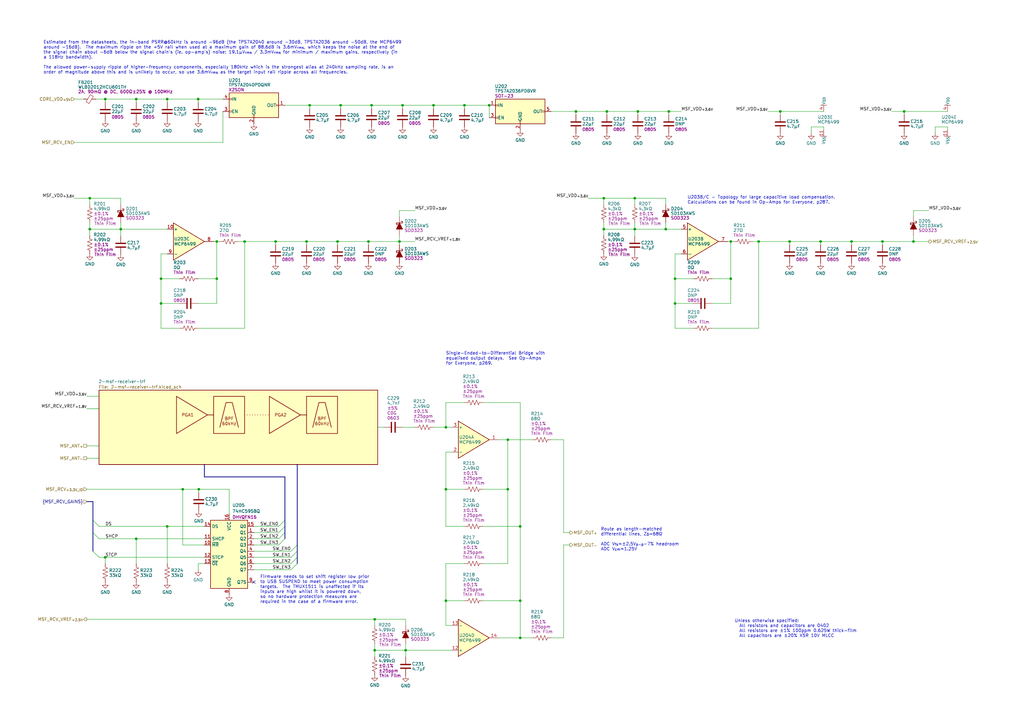
<source format=kicad_sch>
(kicad_sch (version 20230121) (generator eeschema)
  (paper "A3")
  (title_block (title "MSF Owl Clock - MSF Receiver Module") (rev "0.1") (company "Pete Restall <pete@restall.net>"))
  (bus_alias "MSF_RCV_GAINS" (members "SHCP" "STCP" "DS"))
  (bus_alias "MSF_RCV_PGA1_SW" (members "FB[0..4]"))
  (bus_alias "MSF_RCV_PGA2_SW" (members "FB[0..4]"))
  (junction (at 261.62 45.72))
  (junction (at 276.86 124.46))
  (junction (at 213.36 215.9))
  (junction (at 36.83 81.28))
  (junction (at 68.58 40.64))
  (junction (at 81.28 40.64))
  (junction (at 139.7 43.18))
  (junction (at 247.65 93.98))
  (junction (at 200.66 43.18))
  (junction (at 213.36 261.62))
  (junction (at 276.86 114.3))
  (junction (at 299.72 114.3))
  (junction (at 336.55 99.06))
  (junction (at 361.95 99.06))
  (junction (at 127 43.18))
  (junction (at 163.83 99.06))
  (junction (at 66.04 124.46))
  (junction (at 260.35 81.28))
  (junction (at 273.05 93.98))
  (junction (at 370.84 45.72))
  (junction (at 125.73 99.06))
  (junction (at 165.1 43.18))
  (junction (at 68.58 215.9))
  (junction (at 182.88 200.66))
  (junction (at 153.67 266.7))
  (junction (at 43.18 228.6))
  (junction (at 236.22 45.72))
  (junction (at 374.65 99.06))
  (junction (at 190.5 43.18))
  (junction (at 320.04 45.72))
  (junction (at 55.88 220.98))
  (junction (at 49.53 93.98))
  (junction (at 247.65 81.28))
  (junction (at 299.72 99.06))
  (junction (at 100.33 99.06))
  (junction (at 36.83 93.98))
  (junction (at 323.85 99.06))
  (junction (at 81.534 200.66))
  (junction (at 260.35 93.98))
  (junction (at 66.04 114.3))
  (junction (at 138.43 99.06))
  (junction (at 349.25 99.06))
  (junction (at 153.67 254))
  (junction (at 43.18 40.64))
  (junction (at 208.28 200.66))
  (junction (at 166.37 266.7))
  (junction (at 113.03 99.06))
  (junction (at 248.92 45.72))
  (junction (at 182.88 246.38))
  (junction (at 74.93 200.66))
  (junction (at 151.13 99.06))
  (junction (at 182.88 175.26))
  (junction (at 213.36 246.38))
  (junction (at 88.9 114.3))
  (junction (at 274.32 45.72))
  (junction (at 177.8 43.18))
  (junction (at 152.4 43.18))
  (junction (at 311.15 99.06))
  (junction (at 208.28 180.34))
  (junction (at 88.9 99.06))
  (junction (at 55.88 40.64))
  (no_connect (at 104.14 238.76))
  (bus_entry (at 116.84 218.44) (size -2.54 2.54))
  (bus_entry (at 38.1 213.36) (size 2.54 2.54))
  (bus_entry (at 38.1 218.44) (size 2.54 2.54))
  (bus_entry (at 38.1 226.06) (size 2.54 2.54))
  (bus_entry (at 116.84 213.36) (size -2.54 2.54))
  (bus_entry (at 116.84 220.98) (size -2.54 2.54))
  (bus_entry (at 121.92 228.6) (size -2.54 2.54))
  (bus_entry (at 121.92 231.14) (size -2.54 2.54))
  (bus_entry (at 121.92 223.52) (size -2.54 2.54))
  (bus_entry (at 116.84 215.9) (size -2.54 2.54))
  (bus_entry (at 121.92 226.06) (size -2.54 2.54))
  (wire (pts (xy 273.05 91.44) (xy 273.05 93.98)))
  (wire (pts (xy 68.58 40.64) (xy 81.28 40.64)))
  (wire (pts (xy 190.5 43.18) (xy 190.5 44.45)))
  (wire (pts (xy 166.37 264.16) (xy 166.37 266.7)))
  (wire (pts (xy 311.15 99.06) (xy 323.85 99.06)))
  (wire (pts (xy 361.95 99.06) (xy 374.65 99.06)))
  (wire (pts (xy 151.13 99.06) (xy 151.13 100.33)))
  (wire (pts (xy 208.28 231.14) (xy 208.28 200.66)))
  (wire (pts (xy 198.12 246.38) (xy 213.36 246.38)))
  (wire (pts (xy 182.88 200.66) (xy 182.88 185.42)))
  (wire (pts (xy 100.33 134.62) (xy 100.33 99.06)))
  (wire (pts (xy 36.83 93.98) (xy 36.83 96.52)))
  (wire (pts (xy 163.83 99.06) (xy 163.83 100.33)))
  (wire (pts (xy 273.05 93.98) (xy 279.4 93.98)))
  (wire (pts (xy 127 43.18) (xy 116.84 43.18)))
  (wire (pts (xy 43.18 228.6) (xy 83.82 228.6)))
  (wire (pts (xy 88.9 99.06) (xy 88.9 114.3)))
  (wire (pts (xy 383.54 52.07) (xy 388.62 52.07)))
  (wire (pts (xy 113.03 99.06) (xy 125.73 99.06)))
  (wire (pts (xy 66.04 124.46) (xy 66.04 114.3)))
  (wire (pts (xy 66.04 124.46) (xy 66.04 134.62)))
  (wire (pts (xy 127 43.18) (xy 139.7 43.18)))
  (wire (pts (xy 49.53 93.98) (xy 68.58 93.98)))
  (wire (pts (xy 104.14 228.6) (xy 119.38 228.6)))
  (wire (pts (xy 165.1 175.26) (xy 170.18 175.26)))
  (wire (pts (xy 170.18 86.36) (xy 163.83 86.36)))
  (bus (pts (xy 121.92 190.5) (xy 121.92 223.52)))
  (wire (pts (xy 30.48 40.64) (xy 34.29 40.64)))
  (wire (pts (xy 198.12 215.9) (xy 213.36 215.9)))
  (wire (pts (xy 284.48 124.46) (xy 276.86 124.46)))
  (wire (pts (xy 165.1 43.18) (xy 177.8 43.18)))
  (wire (pts (xy 36.83 91.44) (xy 36.83 93.98)))
  (wire (pts (xy 332.74 52.07) (xy 337.82 52.07)))
  (bus (pts (xy 38.1 205.74) (xy 38.1 213.36)))
  (wire (pts (xy 204.47 261.62) (xy 213.36 261.62)))
  (wire (pts (xy 260.35 93.98) (xy 273.05 93.98)))
  (wire (pts (xy 177.8 175.26) (xy 182.88 175.26)))
  (wire (pts (xy 332.74 52.07) (xy 332.74 54.61)))
  (wire (pts (xy 182.88 185.42) (xy 185.42 185.42)))
  (wire (pts (xy 93.98 200.66) (xy 93.98 210.82)))
  (wire (pts (xy 226.06 180.34) (xy 231.14 180.34)))
  (wire (pts (xy 35.56 254) (xy 153.67 254)))
  (wire (pts (xy 43.18 228.6) (xy 43.18 231.14)))
  (wire (pts (xy 323.85 99.06) (xy 323.85 100.33)))
  (wire (pts (xy 81.28 40.64) (xy 91.44 40.64)))
  (wire (pts (xy 163.83 86.36) (xy 163.83 88.9)))
  (wire (pts (xy 153.67 264.16) (xy 153.67 266.7)))
  (wire (pts (xy 104.14 231.14) (xy 119.38 231.14)))
  (wire (pts (xy 104.14 220.98) (xy 114.3 220.98)))
  (wire (pts (xy 165.1 43.18) (xy 165.1 44.45)))
  (wire (pts (xy 49.53 93.98) (xy 49.53 96.774)))
  (wire (pts (xy 336.55 99.06) (xy 349.25 99.06)))
  (bus (pts (xy 116.84 213.36) (xy 116.84 215.9)))
  (wire (pts (xy 36.83 93.98) (xy 49.53 93.98)))
  (wire (pts (xy 68.58 215.9) (xy 68.58 231.14)))
  (wire (pts (xy 226.06 45.72) (xy 236.22 45.72)))
  (wire (pts (xy 125.73 99.06) (xy 138.43 99.06)))
  (wire (pts (xy 153.67 266.7) (xy 153.67 269.24)))
  (wire (pts (xy 292.1 134.62) (xy 311.15 134.62)))
  (wire (pts (xy 104.14 215.9) (xy 114.3 215.9)))
  (wire (pts (xy 35.56 182.88) (xy 40.64 182.88)))
  (wire (pts (xy 40.64 228.6) (xy 43.18 228.6)))
  (bus (pts (xy 121.92 223.52) (xy 121.92 226.06)))
  (wire (pts (xy 73.66 134.62) (xy 66.04 134.62)))
  (wire (pts (xy 185.42 256.54) (xy 182.88 256.54)))
  (bus (pts (xy 35.56 205.74) (xy 38.1 205.74)))
  (wire (pts (xy 308.61 99.06) (xy 311.15 99.06)))
  (wire (pts (xy 273.05 81.28) (xy 260.35 81.28)))
  (wire (pts (xy 298.45 99.06) (xy 299.72 99.06)))
  (wire (pts (xy 152.4 43.18) (xy 165.1 43.18)))
  (wire (pts (xy 55.88 40.64) (xy 55.88 41.91)))
  (wire (pts (xy 49.53 83.82) (xy 49.53 81.28)))
  (wire (pts (xy 35.56 187.96) (xy 40.64 187.96)))
  (wire (pts (xy 81.28 233.68) (xy 81.28 231.14)))
  (wire (pts (xy 104.14 233.68) (xy 119.38 233.68)))
  (wire (pts (xy 349.25 99.06) (xy 361.95 99.06)))
  (wire (pts (xy 388.62 52.07) (xy 388.62 53.34)))
  (wire (pts (xy 166.37 266.7) (xy 185.42 266.7)))
  (wire (pts (xy 81.534 200.66) (xy 93.98 200.66)))
  (wire (pts (xy 370.84 45.72) (xy 370.84 46.99)))
  (wire (pts (xy 241.3 81.28) (xy 247.65 81.28)))
  (bus (pts (xy 116.84 195.58) (xy 83.82 195.58)))
  (wire (pts (xy 208.28 200.66) (xy 208.28 180.34)))
  (wire (pts (xy 276.86 104.14) (xy 276.86 114.3)))
  (wire (pts (xy 231.14 218.44) (xy 233.68 218.44)))
  (wire (pts (xy 30.48 58.42) (xy 91.44 58.42)))
  (wire (pts (xy 198.12 165.1) (xy 213.36 165.1)))
  (wire (pts (xy 91.44 45.72) (xy 91.44 58.42)))
  (wire (pts (xy 182.88 165.1) (xy 182.88 175.26)))
  (wire (pts (xy 374.65 86.36) (xy 374.65 88.9)))
  (wire (pts (xy 361.95 99.06) (xy 361.95 100.33)))
  (wire (pts (xy 213.36 165.1) (xy 213.36 215.9)))
  (wire (pts (xy 182.88 246.38) (xy 190.5 246.38)))
  (wire (pts (xy 231.14 223.52) (xy 231.14 261.62)))
  (wire (pts (xy 236.22 45.72) (xy 248.92 45.72)))
  (wire (pts (xy 299.72 99.06) (xy 300.99 99.06)))
  (wire (pts (xy 138.43 99.06) (xy 138.43 100.33)))
  (wire (pts (xy 260.35 93.98) (xy 260.35 91.44)))
  (wire (pts (xy 81.28 231.14) (xy 83.82 231.14)))
  (wire (pts (xy 40.64 220.98) (xy 55.88 220.98)))
  (wire (pts (xy 374.65 96.52) (xy 374.65 99.06)))
  (wire (pts (xy 213.36 261.62) (xy 218.44 261.62)))
  (wire (pts (xy 55.88 220.98) (xy 55.88 231.14)))
  (wire (pts (xy 320.04 45.72) (xy 337.82 45.72)))
  (wire (pts (xy 104.14 226.06) (xy 119.38 226.06)))
  (wire (pts (xy 311.15 134.62) (xy 311.15 99.06)))
  (wire (pts (xy 30.48 81.28) (xy 36.83 81.28)))
  (wire (pts (xy 198.12 200.66) (xy 208.28 200.66)))
  (wire (pts (xy 314.96 45.72) (xy 320.04 45.72)))
  (wire (pts (xy 383.54 54.61) (xy 383.54 52.07)))
  (wire (pts (xy 88.9 99.06) (xy 90.17 99.06)))
  (wire (pts (xy 104.14 223.52) (xy 114.3 223.52)))
  (wire (pts (xy 182.88 175.26) (xy 185.42 175.26)))
  (wire (pts (xy 104.14 218.44) (xy 114.3 218.44)))
  (wire (pts (xy 276.86 114.3) (xy 276.86 124.46)))
  (wire (pts (xy 247.65 93.98) (xy 260.35 93.98)))
  (bus (pts (xy 116.84 195.58) (xy 116.84 213.36)))
  (wire (pts (xy 276.86 124.46) (xy 276.86 134.62)))
  (wire (pts (xy 276.86 114.3) (xy 284.48 114.3)))
  (wire (pts (xy 247.65 93.98) (xy 247.65 96.52)))
  (wire (pts (xy 374.65 99.06) (xy 381 99.06)))
  (wire (pts (xy 66.04 114.3) (xy 73.66 114.3)))
  (wire (pts (xy 248.92 45.72) (xy 261.62 45.72)))
  (wire (pts (xy 261.62 45.72) (xy 261.62 46.99)))
  (wire (pts (xy 97.79 99.06) (xy 100.33 99.06)))
  (wire (pts (xy 87.63 99.06) (xy 88.9 99.06)))
  (wire (pts (xy 68.58 40.64) (xy 68.58 41.91)))
  (wire (pts (xy 337.82 52.07) (xy 337.82 53.34)))
  (wire (pts (xy 292.1 114.3) (xy 299.72 114.3)))
  (wire (pts (xy 231.14 180.34) (xy 231.14 218.44)))
  (wire (pts (xy 299.72 99.06) (xy 299.72 114.3)))
  (wire (pts (xy 182.88 231.14) (xy 182.88 246.38)))
  (wire (pts (xy 284.48 134.62) (xy 276.86 134.62)))
  (wire (pts (xy 273.05 83.82) (xy 273.05 81.28)))
  (wire (pts (xy 39.37 40.64) (xy 43.18 40.64)))
  (wire (pts (xy 182.88 200.66) (xy 190.5 200.66)))
  (bus (pts (xy 83.82 190.5) (xy 83.82 195.58)))
  (wire (pts (xy 68.58 215.9) (xy 83.82 215.9)))
  (wire (pts (xy 138.43 99.06) (xy 151.13 99.06)))
  (wire (pts (xy 43.18 40.64) (xy 55.88 40.64)))
  (wire (pts (xy 35.56 167.64) (xy 40.64 167.64)))
  (wire (pts (xy 190.5 43.18) (xy 200.66 43.18)))
  (wire (pts (xy 35.56 200.66) (xy 74.93 200.66)))
  (wire (pts (xy 153.67 266.7) (xy 166.37 266.7)))
  (wire (pts (xy 66.04 114.3) (xy 66.04 104.14)))
  (wire (pts (xy 320.04 45.72) (xy 320.04 46.99)))
  (wire (pts (xy 276.86 104.14) (xy 279.4 104.14)))
  (wire (pts (xy 49.53 81.28) (xy 36.83 81.28)))
  (wire (pts (xy 261.62 45.72) (xy 274.32 45.72)))
  (wire (pts (xy 166.37 256.54) (xy 166.37 254)))
  (wire (pts (xy 279.4 45.72) (xy 274.32 45.72)))
  (bus (pts (xy 38.1 218.44) (xy 38.1 226.06)))
  (wire (pts (xy 231.14 261.62) (xy 226.06 261.62)))
  (wire (pts (xy 66.04 104.14) (xy 68.58 104.14)))
  (wire (pts (xy 190.5 215.9) (xy 182.88 215.9)))
  (wire (pts (xy 323.85 99.06) (xy 336.55 99.06)))
  (wire (pts (xy 74.93 200.66) (xy 81.534 200.66)))
  (wire (pts (xy 35.56 162.56) (xy 40.64 162.56)))
  (wire (pts (xy 81.28 114.3) (xy 88.9 114.3)))
  (wire (pts (xy 200.66 43.18) (xy 200.66 48.26)))
  (wire (pts (xy 182.88 215.9) (xy 182.88 200.66)))
  (wire (pts (xy 177.8 43.18) (xy 190.5 43.18)))
  (bus (pts (xy 116.84 215.9) (xy 116.84 218.44)))
  (wire (pts (xy 55.88 220.98) (xy 83.82 220.98)))
  (wire (pts (xy 40.64 215.9) (xy 68.58 215.9)))
  (wire (pts (xy 81.534 200.66) (xy 81.534 201.93)))
  (wire (pts (xy 154.94 175.26) (xy 157.48 175.26)))
  (wire (pts (xy 208.28 180.34) (xy 218.44 180.34)))
  (wire (pts (xy 247.65 91.44) (xy 247.65 93.98)))
  (wire (pts (xy 55.88 40.64) (xy 68.58 40.64)))
  (wire (pts (xy 182.88 256.54) (xy 182.88 246.38)))
  (wire (pts (xy 166.37 266.7) (xy 166.37 269.494)))
  (wire (pts (xy 166.37 254) (xy 153.67 254)))
  (wire (pts (xy 163.83 99.06) (xy 170.18 99.06)))
  (wire (pts (xy 73.66 124.46) (xy 66.04 124.46)))
  (bus (pts (xy 121.92 228.6) (xy 121.92 231.14)))
  (wire (pts (xy 125.73 99.06) (xy 125.73 100.33)))
  (wire (pts (xy 139.7 43.18) (xy 139.7 44.45)))
  (wire (pts (xy 83.82 223.52) (xy 74.93 223.52)))
  (wire (pts (xy 260.35 93.98) (xy 260.35 96.774)))
  (wire (pts (xy 365.76 45.72) (xy 370.84 45.72)))
  (wire (pts (xy 204.47 180.34) (xy 208.28 180.34)))
  (wire (pts (xy 81.28 40.64) (xy 81.28 41.91)))
  (wire (pts (xy 381 86.36) (xy 374.65 86.36)))
  (wire (pts (xy 81.28 134.62) (xy 100.33 134.62)))
  (wire (pts (xy 74.93 223.52) (xy 74.93 200.66)))
  (wire (pts (xy 198.12 231.14) (xy 208.28 231.14)))
  (wire (pts (xy 370.84 45.72) (xy 388.62 45.72)))
  (wire (pts (xy 43.18 40.64) (xy 43.18 41.91)))
  (wire (pts (xy 274.32 45.72) (xy 274.32 46.99)))
  (wire (pts (xy 349.25 99.06) (xy 349.25 100.33)))
  (wire (pts (xy 36.83 81.28) (xy 36.83 83.82)))
  (wire (pts (xy 113.03 99.06) (xy 113.03 100.33)))
  (bus (pts (xy 116.84 218.44) (xy 116.84 220.98)))
  (wire (pts (xy 182.88 231.14) (xy 190.5 231.14)))
  (wire (pts (xy 139.7 43.18) (xy 152.4 43.18)))
  (bus (pts (xy 38.1 213.36) (xy 38.1 218.44)))
  (wire (pts (xy 213.36 215.9) (xy 213.36 246.38)))
  (wire (pts (xy 151.13 99.06) (xy 163.83 99.06)))
  (wire (pts (xy 127 43.18) (xy 127 44.45)))
  (wire (pts (xy 236.22 45.72) (xy 236.22 46.99)))
  (bus (pts (xy 121.92 226.06) (xy 121.92 228.6)))
  (wire (pts (xy 88.9 114.3) (xy 88.9 124.46)))
  (wire (pts (xy 100.33 99.06) (xy 113.03 99.06)))
  (wire (pts (xy 247.65 81.28) (xy 247.65 83.82)))
  (wire (pts (xy 233.68 223.52) (xy 231.14 223.52)))
  (wire (pts (xy 49.53 91.44) (xy 49.53 93.98)))
  (wire (pts (xy 292.1 124.46) (xy 299.72 124.46)))
  (wire (pts (xy 213.36 246.38) (xy 213.36 261.62)))
  (wire (pts (xy 152.4 43.18) (xy 152.4 44.45)))
  (wire (pts (xy 81.28 124.46) (xy 88.9 124.46)))
  (wire (pts (xy 177.8 43.18) (xy 177.8 44.45)))
  (wire (pts (xy 299.72 114.3) (xy 299.72 124.46)))
  (wire (pts (xy 163.83 96.52) (xy 163.83 99.06)))
  (wire (pts (xy 190.5 165.1) (xy 182.88 165.1)))
  (wire (pts (xy 248.92 45.72) (xy 248.92 46.99)))
  (wire (pts (xy 336.55 99.06) (xy 336.55 100.33)))
  (wire (pts (xy 247.65 81.28) (xy 260.35 81.28)))
  (wire (pts (xy 153.67 254) (xy 153.67 256.54)))
  (wire (pts (xy 260.35 81.28) (xy 260.35 83.82)))
  (text "Estimated from the datasheets, the in-band PSRR@60kHz is around -96dB (the TPS7A2040 around -30dB, TPS7A2036 around -50dB, the MCP6499\naround -16dB).  The maximum ripple on the +5V rail when used at a maximum gain of 88.6dB is 3.6mV_{rms}, which keeps the noise at the end of\nthe signal chain about -6dB below the signal chain's (ie. op-amp's) noise; 19.1μV_{rms} / 3.3mV_{rms} for minimum / maximum gains, respectively (in\na 118Hz bandwidth).\n\nThe allowed power-supply ripple of higher-frequency components, especially 180kHz which is the strongest alias at 240kHz sampling rate, is an\norder of magnitude above this and is unlikely to occur, so use 3.6mV_{rms} as the target input rail ripple across all frequencies." (at 17.78 30.48 0) (effects (font (size 1.27 1.27)) (justify left bottom)))
  (text "U203B/C - Topology for large capacitive load compensation.\nCalculations can be found in Op-Amps for Everyone, p287." (at 281.94 83.82 0) (effects (font (size 1.27 1.27)) (justify left bottom)))
  (text "Route as length-matched\ndifferential lines, Z_{0}=68Ω\n\nADC V_{fs}≃±2.5V_{p-p}-7% headroom\nADC V_{cm}≃1.25V" (at 246.38 226.06 0) (effects (font (size 1.27 1.27)) (justify left bottom)))
  (text "Unless otherwise specified:\n  All resistors and capacitors are 0402\n  All resistors are ±1% 100ppm 0.625W thick-film\n  All capacitors are ±20% X5R 10V MLCC " (at 301.244 261.62 0) (effects (font (size 1.27 1.27)) (justify left bottom)))
  (text "Firmware needs to set shift register low prior\nto USB SUSPEND to meet power consumption\ntargets.  The TMUX1511 is unaffected if its\ninputs are high whilst it is powered down,\nso no hardware protection measures are\nrequired in the case of a firmware error." (at 106.68 247.65 0) (effects (font (size 1.27 1.27)) (justify left bottom)))
  (text "Single-Ended-to-Differential Bridge with\nequalised output delays.  See Op-Amps\nfor Everyone, p269." (at 182.88 149.86 0) (effects (font (size 1.27 1.27)) (justify left bottom)))
  (label "MSF_VDD_{+3.6V}" (at 35.56 162.56 180))
  (label "SW_EN3" (at 106.68 223.52 0))
  (label "STCP" (at 43.18 228.6 0))
  (label "SW_EN3" (at 111.76 233.68 0))
  (label "SW_EN0" (at 106.68 215.9 0))
  (label "MSF_VDD_{+3.6V}" (at 381 86.36 0))
  (label "SHCP" (at 43.18 220.98 0))
  (label "SW_EN1" (at 111.76 228.6 0))
  (label "MSF_VDD_{+3.6V}" (at 170.18 86.36 0))
  (label "MSF_VDD_{+3.6V}" (at 279.4 45.72 0))
  (label "SW_EN0" (at 111.76 226.06 0))
  (label "DS" (at 43.18 215.9 0))
  (label "MSF_VDD_{+3.6V}" (at 30.48 81.28 180))
  (label "SW_EN1" (at 106.68 218.44 0))
  (label "MSF_VDD_{+3.6V}" (at 241.3 81.28 180))
  (label "SW_EN2" (at 111.76 231.14 0))
  (label "SW_EN2" (at 106.68 220.98 0))
  (label "MSF_VDD_{+3.6V}" (at 314.96 45.72 180))
  (label "MSF_RCV_VREF_{+1.8V}" (at 170.18 99.06 0))
  (label "MSF_RCV_VREF_{+1.8V}" (at 35.56 167.64 180))
  (label "MSF_VDD_{+3.6V}" (at 365.76 45.72 180))
  (hierarchical_label "MSF_ANT_{-}" (shape passive) (at 35.56 187.96 180))
  (hierarchical_label "MSF_RCV_{+3.3V_IO}" (shape input) (at 35.56 200.66 180))
  (hierarchical_label "MSF_RCV_EN" (shape input) (at 30.48 58.42 180))
  (hierarchical_label "MSF_OUT_{+}" (shape output) (at 233.68 218.44 0))
  (hierarchical_label "MSF_ANT_{+}" (shape passive) (at 35.56 182.88 180))
  (hierarchical_label "{MSF_RCV_GAINS}" (shape input) (at 35.56 205.74 180))
  (hierarchical_label "CORE_VDD_{+5V}" (shape input) (at 30.48 40.64 180))
  (hierarchical_label "MSF_RCV_VREF_{+2.5V}" (shape output) (at 381 99.06 0))
  (hierarchical_label "MSF_OUT_{-}" (shape output) (at 233.68 223.52 0))
  (hierarchical_label "MSF_RCV_VREF_{+2.5V}" (shape output) (at 35.56 254 180))
  (symbol (lib_id "restall-generic-resistors:resistor") (at 43.18 234.95 0) (unit 1)
    (property "Reference" "R222" (at 44.704 233.934 0) (effects (justify left)))
    (property "Value" "33kΩ" (at 44.704 235.966 0) (effects (justify left)))
    (property "Footprint" "restall-generic-resistors:nominal-0402-1005" (effects hide))
    (property "Label" "33kΩ±1% 0.0625W" (effects hide))
    (property "Tolerance" "±1%" (effects hide))
    (property "PowerRating" "0.0625W" (effects hide))
    (property "TemperatureCoefficient" "±100ppm" (effects hide))
    (property "Construction" "Thick Film" (effects hide))
    (property "Package" "0402" (effects hide))
  )
  (symbol (lib_id "restall-generic-capacitors:capacitor-unpolarised") (at 138.43 104.14 0) (unit 1)
    (property "Reference" "C221" (at 140.97 102.108 0) (effects (justify left)))
    (property "Value" "22μF" (at 140.97 104.14 0) (effects (justify left)))
    (property "Footprint" "restall-generic-capacitors:unpolarised-nominal-0805-2012" (effects hide))
    (property "Datasheet" "https://product.samsungsem.com/mlcc/CL21A226MPQNNN.do" (effects hide))
    (property "Label" "22μF±20% 10V X5R" (effects hide))
    (property "Tolerance" "±20%" (effects hide))
    (property "VoltageRating" "10V" (effects hide))
    (property "TemperatureCoefficient" "X5R" (effects hide))
    (property "Dielectric" "MLCC" (effects hide))
    (property "Package" "0805" (at 140.97 106.426 0) (effects (justify left)))
    (property "Manufacturer" "Samsung" (effects hide))
    (property "ManufacturerPartNumber" "CL21A226MPQNNN" (effects hide))
  )
  (symbol (lib_id "restall-generic-power:GND") (at 383.54 54.61 0) (unit 1)
    (property "Reference" "#PWR0117" (effects hide))
    (property "Value" "GND" (at 383.54 58.7431 0))
  )
  (symbol (lib_id "restall-generic-capacitors:capacitor-unpolarised") (at 161.29 175.26 270) (unit 1)
    (property "Reference" "C229" (at 158.75 163.322 90) (effects (justify left)))
    (property "Value" "4.7nF" (at 158.75 165.354 90) (effects (justify left)))
    (property "Footprint" "restall-generic-capacitors:unpolarised-nominal-0603-1608" (effects hide))
    (property "Datasheet" "https://www.yageo.com/en/Chart/Download/pdf/CC0603FRNPO9BN472" (effects hide))
    (property "Label" "4.7nF±5% 10V C0G" (effects hide))
    (property "Tolerance" "±5%" (at 158.75 167.386 90) (effects (justify left)))
    (property "VoltageRating" "10V" (effects hide))
    (property "TemperatureCoefficient" "C0G" (at 158.75 169.418 90) (effects (justify left)))
    (property "Dielectric" "MLCC" (effects hide))
    (property "Package" "0603" (at 158.75 171.45 90) (effects (justify left)))
    (property "Manufacturer" "Yageo" (effects hide))
    (property "ManufacturerPartNumber" "CC0603FRNPO9BN472" (effects hide))
    (property "Manufacturer2" "Murata" (effects hide))
    (property "Manufacturer2PartNumber" "GCM1885C1H472GA16D" (effects hide))
  )
  (symbol (lib_id "restall-generic-power:GND") (at 68.58 49.53 0) (unit 1)
    (property "Reference" "#PWR0108" (effects hide))
    (property "Value" "GND" (at 68.58 53.6631 0))
  )
  (symbol (lib_id "restall-manufacturer-nexperia:74HC?595BQ") (at 93.98 226.06 0) (unit 1)
    (property "Reference" "U205" (at 95.25 207.2416 0) (effects (justify left)))
    (property "Value" "74HC595BQ" (at 95.25 209.6658 0) (effects (justify left)))
    (property "Footprint" "restall-manufacturer-nexperia:DHVQFN16-2.5x3.5mm-0.5mm-expad-2x1mm" (effects hide))
    (property "Datasheet" "https://assets.nexperia.com/documents/data-sheet/74HC_HCT595.pdf" (effects hide))
    (property "Package" "DHVQFN16" (at 95.25 212.09 0) (effects (justify left)))
    (property "Manufacturer" "Nexperia" (effects hide))
    (property "ManufacturerPartNumber" "74HC595BQ" (effects hide))
  )
  (symbol (lib_id "restall-generic-diodes:schottky") (at 273.05 87.63 270) (unit 1)
    (property "Reference" "D204" (at 275.082 85.598 90) (effects (justify left)))
    (property "Value" "SD103AWS" (at 275.082 87.4918 90) (effects (justify left)))
    (property "Footprint" "restall-generic-sot:SOD-323" (effects hide))
    (property "Datasheet" "https://mm.digikey.com/Volume0/opasdata/d220001/medias/docus/5534/SD103AWS%20thru%20SD103CWS.pdf" (effects hide))
    (property "Package" "SOD323" (at 275.082 89.408 90) (effects (justify left)))
    (property "Manufacturer" "Evvo Semi" (effects hide))
    (property "ManufacturerPartNumber" "SD103AWS" (effects hide))
    (property "Manufacturer2" "Anbon Semiconductor" (effects hide))
    (property "Manufacturer2PartNumber" "SD103AWS" (effects hide))
  )
  (symbol (lib_id "restall-generic-capacitors:capacitor-unpolarised") (at 370.84 50.8 0) (unit 1)
    (property "Reference" "C216" (at 373.38 49.784 0) (effects (justify left)))
    (property "Value" "4.7μF" (at 373.38 51.816 0) (effects (justify left)))
    (property "Footprint" "restall-generic-capacitors:unpolarised-nominal-0402-1005" (effects hide))
    (property "Label" "4.7μF±20% 10V X5R" (effects hide))
    (property "Tolerance" "±20%" (effects hide))
    (property "VoltageRating" "10V" (effects hide))
    (property "TemperatureCoefficient" "X5R" (effects hide))
    (property "Dielectric" "MLCC" (effects hide))
    (property "Package" "0402" (effects hide))
    (property "Manufacturer" "Samsung" (effects hide))
  )
  (symbol (lib_id "restall-generic-capacitors:capacitor-unpolarised") (at 236.22 50.8 0) (unit 1)
    (property "Reference" "C211" (at 238.76 48.768 0) (effects (justify left)))
    (property "Value" "22μF" (at 238.76 50.8 0) (effects (justify left)))
    (property "Footprint" "restall-generic-capacitors:unpolarised-nominal-0805-2012" (effects hide))
    (property "Datasheet" "https://product.samsungsem.com/mlcc/CL21A226MPQNNN.do" (effects hide))
    (property "Label" "22μF±20% 10V X5R" (effects hide))
    (property "Tolerance" "±20%" (effects hide))
    (property "VoltageRating" "10V" (effects hide))
    (property "TemperatureCoefficient" "X5R" (effects hide))
    (property "Dielectric" "MLCC" (effects hide))
    (property "Package" "0805" (at 238.76 53.086 0) (effects (justify left)))
    (property "Manufacturer" "Samsung" (effects hide))
    (property "ManufacturerPartNumber" "CL21A226MPQNNN" (effects hide))
  )
  (symbol (lib_id "restall-generic-power:GND") (at 151.13 107.95 0) (unit 1)
    (property "Reference" "#PWR0130" (effects hide))
    (property "Value" "GND" (at 151.13 112.0831 0))
  )
  (symbol (lib_id "restall-generic-power:GND") (at 323.85 107.95 0) (unit 1)
    (property "Reference" "#PWR0156" (effects hide))
    (property "Value" "GND" (at 323.85 112.0831 0))
  )
  (symbol (lib_id "restall-generic-diodes:schottky") (at 374.65 92.71 270) (unit 1)
    (property "Reference" "D205" (at 376.682 90.678 90) (effects (justify left)))
    (property "Value" "SD103AWS" (at 376.682 92.5718 90) (effects (justify left)))
    (property "Footprint" "restall-generic-sot:SOD-323" (effects hide))
    (property "Datasheet" "https://mm.digikey.com/Volume0/opasdata/d220001/medias/docus/5534/SD103AWS%20thru%20SD103CWS.pdf" (effects hide))
    (property "Package" "SOD323" (at 376.682 94.488 90) (effects (justify left)))
    (property "Manufacturer" "Evvo Semi" (effects hide))
    (property "ManufacturerPartNumber" "SD103AWS" (effects hide))
    (property "Manufacturer2" "Anbon Semiconductor" (effects hide))
    (property "Manufacturer2PartNumber" "SD103AWS" (effects hide))
  )
  (symbol (lib_id "msf-owl-clock:2-msf-receiver-trf-module") (at 97.79 175.26 0) (unit 1) (in_bom no) (on_board no)
    (property "Reference" "SHEET201" (effects hide))
  )
  (symbol (lib_id "restall-generic-power:GND") (at 81.28 233.68 0) (unit 1)
    (property "Reference" "#PWR0142" (effects hide))
    (property "Value" "GND" (at 81.28 237.8131 0))
  )
  (symbol (lib_id "restall-generic-power:GND") (at 349.25 107.95 0) (unit 1)
    (property "Reference" "#PWR0158" (effects hide))
    (property "Value" "GND" (at 349.25 112.0831 0))
  )
  (symbol (lib_id "restall-generic-resistors:resistor") (at 93.98 99.06 90) (unit 1)
    (property "Reference" "R205" (at 89.916 92.456 90) (effects (justify right)))
    (property "Value" "27Ω" (at 89.916 94.488 90) (effects (justify right)))
    (property "Footprint" "restall-generic-resistors:nominal-0402-1005" (effects hide))
    (property "Label" "27Ω±1% 0.0625W" (effects hide))
    (property "Tolerance" "±1%" (effects hide))
    (property "PowerRating" "0.0625W" (effects hide))
    (property "TemperatureCoefficient" "±100ppm" (effects hide))
    (property "Construction" "Thin Film" (at 89.916 96.52 90) (effects (justify right)))
    (property "Package" "0402" (effects hide))
  )
  (symbol (lib_id "restall-generic-capacitors:capacitor-unpolarised") (at 336.55 104.14 0) (unit 1)
    (property "Reference" "C226" (at 339.09 102.108 0) (effects (justify left)))
    (property "Value" "22μF" (at 339.09 104.14 0) (effects (justify left)))
    (property "Footprint" "restall-generic-capacitors:unpolarised-nominal-0805-2012" (effects hide))
    (property "Datasheet" "https://product.samsungsem.com/mlcc/CL21A226MPQNNN.do" (effects hide))
    (property "Label" "22μF±20% 10V X5R" (effects hide))
    (property "Tolerance" "±20%" (effects hide))
    (property "VoltageRating" "10V" (effects hide))
    (property "TemperatureCoefficient" "X5R" (effects hide))
    (property "Dielectric" "MLCC" (effects hide))
    (property "Package" "0805" (at 339.09 106.426 0) (effects (justify left)))
    (property "Manufacturer" "Samsung" (effects hide))
    (property "ManufacturerPartNumber" "CL21A226MPQNNN" (effects hide))
  )
  (symbol (lib_id "restall-generic-resistors:resistor") (at 153.67 260.35 0) (unit 1)
    (property "Reference" "R220" (at 155.194 256.286 0) (effects (justify left)))
    (property "Value" "4.99kΩ" (at 155.194 258.318 0) (effects (justify left)))
    (property "Footprint" "restall-generic-resistors:nominal-0402-1005" (effects hide))
    (property "Label" "4.99kΩ±0.1% 0.0625W" (effects hide))
    (property "Tolerance" "±0.1%" (at 155.194 260.35 0) (effects (justify left)))
    (property "PowerRating" "0.0625W" (effects hide))
    (property "TemperatureCoefficient" "±25ppm" (at 155.194 262.382 0) (effects (justify left)))
    (property "Construction" "Thin Film" (at 155.448 264.414 0) (effects (justify left)))
    (property "Package" "0402" (effects hide))
  )
  (symbol (lib_id "restall-generic-power:GND") (at 125.73 107.95 0) (unit 1)
    (property "Reference" "#PWR0128" (effects hide))
    (property "Value" "GND" (at 125.73 112.0831 0))
  )
  (symbol (lib_id "restall-generic-power:GND") (at 81.534 209.55 0) (unit 1)
    (property "Reference" "#PWR0141" (effects hide))
    (property "Value" "GND" (at 81.534 213.6831 0))
  )
  (symbol (lib_id "restall-generic-capacitors:capacitor-unpolarised") (at 68.58 45.72 0) (unit 1)
    (property "Reference" "C203" (at 71.12 44.704 0) (effects (justify left)))
    (property "Value" "4.7μF" (at 71.12 46.736 0) (effects (justify left)))
    (property "Footprint" "restall-generic-capacitors:unpolarised-nominal-0402-1005" (effects hide))
    (property "Label" "4.7μF±20% 10V X5R" (effects hide))
    (property "Tolerance" "±20%" (effects hide))
    (property "VoltageRating" "10V" (effects hide))
    (property "TemperatureCoefficient" "X5R" (effects hide))
    (property "Dielectric" "MLCC" (effects hide))
    (property "Package" "0402" (effects hide))
    (property "Manufacturer" "Samsung" (effects hide))
  )
  (symbol (lib_id "restall-generic-capacitors:capacitor-unpolarised") (at 190.5 48.26 0) (unit 1)
    (property "Reference" "C210" (at 193.04 47.244 0) (effects (justify left)))
    (property "Value" "4.7μF" (at 193.04 49.276 0) (effects (justify left)))
    (property "Footprint" "restall-generic-capacitors:unpolarised-nominal-0402-1005" (effects hide))
    (property "Label" "4.7μF±20% 10V X5R" (effects hide))
    (property "Tolerance" "±20%" (effects hide))
    (property "VoltageRating" "10V" (effects hide))
    (property "TemperatureCoefficient" "X5R" (effects hide))
    (property "Dielectric" "MLCC" (effects hide))
    (property "Package" "0402" (effects hide))
    (property "Manufacturer" "Samsung" (effects hide))
  )
  (symbol (lib_id "restall-generic-resistors:resistor") (at 77.47 134.62 90) (unit 1) (in_bom no)
    (property "Reference" "R204" (at 71.12 128.016 90) (effects (justify right)))
    (property "Value" "DNP" (at 71.12 130.048 90) (effects (justify right)))
    (property "Footprint" "restall-generic-resistors:nominal-0402-1005" (effects hide))
    (property "Label" "??kΩ±1% 0.0625W" (effects hide))
    (property "Tolerance" "±1%" (effects hide))
    (property "PowerRating" "0.0625W" (effects hide))
    (property "TemperatureCoefficient" "±100ppm" (effects hide))
    (property "Construction" "Thin Film" (at 71.12 132.08 90) (effects (justify right)))
    (property "Package" "0402" (effects hide))
  )
  (symbol (lib_id "restall-generic-resistors:resistor") (at 247.65 100.33 0) (unit 1)
    (property "Reference" "R208" (at 249.174 96.266 0) (effects (justify left)))
    (property "Value" "4.99kΩ" (at 249.174 98.298 0) (effects (justify left)))
    (property "Footprint" "restall-generic-resistors:nominal-0402-1005" (effects hide))
    (property "Label" "4.99kΩ±0.1% 0.0625W" (effects hide))
    (property "Tolerance" "±0.1%" (at 249.174 100.33 0) (effects (justify left)))
    (property "PowerRating" "0.0625W" (effects hide))
    (property "TemperatureCoefficient" "±25ppm" (at 249.174 102.362 0) (effects (justify left)))
    (property "Construction" "Thin Film" (at 249.428 104.394 0) (effects (justify left)))
    (property "Package" "0402" (effects hide))
  )
  (symbol (lib_id "restall-generic-resistors:resistor") (at 68.58 234.95 0) (unit 1)
    (property "Reference" "R224" (at 70.104 233.934 0) (effects (justify left)))
    (property "Value" "33kΩ" (at 70.104 235.966 0) (effects (justify left)))
    (property "Footprint" "restall-generic-resistors:nominal-0402-1005" (effects hide))
    (property "Label" "33kΩ±1% 0.0625W" (effects hide))
    (property "Tolerance" "±1%" (effects hide))
    (property "PowerRating" "0.0625W" (effects hide))
    (property "TemperatureCoefficient" "±100ppm" (effects hide))
    (property "Construction" "Thick Film" (effects hide))
    (property "Package" "0402" (effects hide))
  )
  (symbol (lib_id "restall-generic-diodes:schottky") (at 49.53 87.63 270) (unit 1)
    (property "Reference" "D201" (at 51.562 85.598 90) (effects (justify left)))
    (property "Value" "SD103AWS" (at 51.562 87.4918 90) (effects (justify left)))
    (property "Footprint" "restall-generic-sot:SOD-323" (effects hide))
    (property "Datasheet" "https://mm.digikey.com/Volume0/opasdata/d220001/medias/docus/5534/SD103AWS%20thru%20SD103CWS.pdf" (effects hide))
    (property "Package" "SOD323" (at 51.562 89.408 90) (effects (justify left)))
    (property "Manufacturer" "Evvo Semi" (effects hide))
    (property "ManufacturerPartNumber" "SD103AWS" (effects hide))
    (property "Manufacturer2" "Anbon Semiconductor" (effects hide))
    (property "Manufacturer2PartNumber" "SD103AWS" (effects hide))
  )
  (symbol (lib_id "restall-generic-capacitors:capacitor-unpolarised") (at 55.88 45.72 0) (unit 1)
    (property "Reference" "C202" (at 58.42 43.688 0) (effects (justify left)))
    (property "Value" "22μF" (at 58.42 45.72 0) (effects (justify left)))
    (property "Footprint" "restall-generic-capacitors:unpolarised-nominal-0805-2012" (effects hide))
    (property "Datasheet" "https://product.samsungsem.com/mlcc/CL21A226MPQNNN.do" (effects hide))
    (property "Label" "22μF±20% 10V X5R" (effects hide))
    (property "Tolerance" "±20%" (effects hide))
    (property "VoltageRating" "10V" (effects hide))
    (property "TemperatureCoefficient" "X5R" (effects hide))
    (property "Dielectric" "MLCC" (effects hide))
    (property "Package" "0805" (at 58.42 48.006 0) (effects (justify left)))
    (property "Manufacturer" "Samsung" (effects hide))
    (property "ManufacturerPartNumber" "CL21A226MPQNNN" (effects hide))
  )
  (symbol (lib_id "restall-generic-capacitors:capacitor-unpolarised") (at 361.95 104.14 0) (unit 1) (in_bom no)
    (property "Reference" "C228" (at 364.49 102.108 0) (effects (justify left)))
    (property "Value" "DNP" (at 364.49 104.14 0) (effects (justify left)))
    (property "Footprint" "restall-generic-capacitors:unpolarised-nominal-0805-2012" (effects hide))
    (property "Datasheet" "https://product.samsungsem.com/mlcc/CL21A226MPQNNN.do" (effects hide))
    (property "Label" "22μF±20% 10V X5R" (effects hide))
    (property "Tolerance" "±20%" (effects hide))
    (property "VoltageRating" "10V" (effects hide))
    (property "TemperatureCoefficient" "X5R" (effects hide))
    (property "Dielectric" "MLCC" (effects hide))
    (property "Package" "0805" (at 364.49 106.426 0) (effects (justify left)))
    (property "Manufacturer" "Samsung" (effects hide))
    (property "ManufacturerPartNumber" "CL21A226MPQNNN" (effects hide))
  )
  (symbol (lib_id "restall-generic-power:GND") (at 113.03 107.95 0) (unit 1)
    (property "Reference" "#PWR0127" (effects hide))
    (property "Value" "GND" (at 113.03 112.0831 0))
  )
  (symbol (lib_id "restall-generic-power:GND") (at 139.7 52.07 0) (unit 1)
    (property "Reference" "#PWR0109" (effects hide))
    (property "Value" "GND" (at 139.7 56.2031 0))
  )
  (symbol (lib_id "restall-generic-capacitors:capacitor-unpolarised") (at 125.73 104.14 0) (unit 1)
    (property "Reference" "C220" (at 128.27 102.108 0) (effects (justify left)))
    (property "Value" "22μF" (at 128.27 104.14 0) (effects (justify left)))
    (property "Footprint" "restall-generic-capacitors:unpolarised-nominal-0805-2012" (effects hide))
    (property "Datasheet" "https://product.samsungsem.com/mlcc/CL21A226MPQNNN.do" (effects hide))
    (property "Label" "22μF±20% 10V X5R" (effects hide))
    (property "Tolerance" "±20%" (effects hide))
    (property "VoltageRating" "10V" (effects hide))
    (property "TemperatureCoefficient" "X5R" (effects hide))
    (property "Dielectric" "MLCC" (effects hide))
    (property "Package" "0805" (at 128.27 106.426 0) (effects (justify left)))
    (property "Manufacturer" "Samsung" (effects hide))
    (property "ManufacturerPartNumber" "CL21A226MPQNNN" (effects hide))
  )
  (symbol (lib_id "restall-generic-power:GND") (at 236.22 54.61 0) (unit 1)
    (property "Reference" "#PWR0152" (effects hide))
    (property "Value" "GND" (at 236.22 58.7431 0))
  )
  (symbol (lib_id "restall-generic-power:GND") (at 190.5 52.07 0) (unit 1)
    (property "Reference" "#PWR0113" (effects hide))
    (property "Value" "GND" (at 190.5 56.2031 0))
  )
  (symbol (lib_id "restall-generic-resistors:resistor") (at 288.29 134.62 90) (unit 1) (in_bom no)
    (property "Reference" "R210" (at 281.94 128.016 90) (effects (justify right)))
    (property "Value" "DNP" (at 281.94 130.048 90) (effects (justify right)))
    (property "Footprint" "restall-generic-resistors:nominal-0402-1005" (effects hide))
    (property "Label" "??kΩ±1% 0.0625W" (effects hide))
    (property "Tolerance" "±1%" (effects hide))
    (property "PowerRating" "0.0625W" (effects hide))
    (property "TemperatureCoefficient" "±100ppm" (effects hide))
    (property "Construction" "Thin Film" (at 281.94 132.08 90) (effects (justify right)))
    (property "Package" "0402" (effects hide))
  )
  (symbol (lib_id "restall-manufacturer-microchip:MCP6499?-?-S?") (at 194.31 180.34 0) (unit 1)
    (property "Reference" "U204" (at 188.214 179.324 0) (effects (justify left)))
    (property "Value" "MCP6499" (at 188.214 181.356 0) (effects (justify left)))
    (property "Footprint" "restall-manufacturer-microchip:SOIC14-3.9x8.65mm-1.27mm" (effects hide))
    (property "Datasheet" "https://ww1.microchip.com/downloads/aemDocuments/documents/MSLD/ProductDocuments/DataSheets/MCP6496-Data-Sheet-DS20006758.pdf" (effects hide))
    (property "Package" "SOIC" (effects hide))
    (property "Manufacturer" "Microchip" (effects hide))
    (property "ManufacturerPartNumber" "MCP6499T-E-SL" (effects hide))
  )
  (symbol (lib_id "restall-generic-power:GND") (at 43.18 238.76 0) (unit 1)
    (property "Reference" "#PWR0143" (effects hide))
    (property "Value" "GND" (at 43.18 242.8931 0))
  )
  (symbol (lib_id "restall-generic-capacitors:capacitor-unpolarised") (at 151.13 104.14 0) (unit 1) (in_bom no)
    (property "Reference" "C222" (at 153.67 102.108 0) (effects (justify left)))
    (property "Value" "DNP" (at 153.67 104.14 0) (effects (justify left)))
    (property "Footprint" "restall-generic-capacitors:unpolarised-nominal-0805-2012" (effects hide))
    (property "Datasheet" "https://product.samsungsem.com/mlcc/CL21A226MPQNNN.do" (effects hide))
    (property "Label" "22μF±20% 10V X5R" (effects hide))
    (property "Tolerance" "±20%" (effects hide))
    (property "VoltageRating" "10V" (effects hide))
    (property "TemperatureCoefficient" "X5R" (effects hide))
    (property "Dielectric" "MLCC" (effects hide))
    (property "Package" "0805" (at 153.67 106.426 0) (effects (justify left)))
    (property "Manufacturer" "Samsung" (effects hide))
    (property "ManufacturerPartNumber" "CL21A226MPQNNN" (effects hide))
  )
  (symbol (lib_id "restall-generic-resistors:resistor") (at 194.31 246.38 90) (unit 1)
    (property "Reference" "R218" (at 189.738 235.712 90) (effects (justify right)))
    (property "Value" "2.49kΩ" (at 189.738 237.744 90) (effects (justify right)))
    (property "Footprint" "restall-generic-resistors:nominal-0402-1005" (effects hide))
    (property "Label" "2.49kΩ±0.1% 0.0625W" (effects hide))
    (property "Tolerance" "±0.1%" (at 189.738 239.776 90) (effects (justify right)))
    (property "PowerRating" "0.0625W" (effects hide))
    (property "TemperatureCoefficient" "±25ppm" (at 189.738 241.808 90) (effects (justify right)))
    (property "Construction" "Thin Film" (at 189.738 243.84 90) (effects (justify right)))
    (property "Package" "0402" (effects hide))
  )
  (symbol (lib_id "restall-generic-capacitors:capacitor-unpolarised") (at 248.92 50.8 0) (unit 1)
    (property "Reference" "C212" (at 251.46 48.768 0) (effects (justify left)))
    (property "Value" "22μF" (at 251.46 50.8 0) (effects (justify left)))
    (property "Footprint" "restall-generic-capacitors:unpolarised-nominal-0805-2012" (effects hide))
    (property "Datasheet" "https://product.samsungsem.com/mlcc/CL21A226MPQNNN.do" (effects hide))
    (property "Label" "22μF±20% 10V X5R" (effects hide))
    (property "Tolerance" "±20%" (effects hide))
    (property "VoltageRating" "10V" (effects hide))
    (property "TemperatureCoefficient" "X5R" (effects hide))
    (property "Dielectric" "MLCC" (effects hide))
    (property "Package" "0805" (at 251.46 53.086 0) (effects (justify left)))
    (property "Manufacturer" "Samsung" (effects hide))
    (property "ManufacturerPartNumber" "CL21A226MPQNNN" (effects hide))
  )
  (symbol (lib_id "restall-generic-capacitors:capacitor-unpolarised") (at 81.534 205.74 0) (unit 1)
    (property "Reference" "C230" (at 84.074 204.724 0) (effects (justify left)))
    (property "Value" "4.7μF" (at 84.074 206.756 0) (effects (justify left)))
    (property "Footprint" "restall-generic-capacitors:unpolarised-nominal-0402-1005" (effects hide))
    (property "Label" "4.7μF±20% 10V X5R" (effects hide))
    (property "Tolerance" "±20%" (effects hide))
    (property "VoltageRating" "10V" (effects hide))
    (property "TemperatureCoefficient" "X5R" (effects hide))
    (property "Dielectric" "MLCC" (effects hide))
    (property "Package" "0402" (effects hide))
    (property "Manufacturer" "Samsung" (effects hide))
  )
  (symbol (lib_id "restall-generic-capacitors:capacitor-unpolarised") (at 288.29 124.46 90) (unit 1) (in_bom no)
    (property "Reference" "C224" (at 281.94 119.126 90) (effects (justify right)))
    (property "Value" "DNP" (at 281.94 121.158 90) (effects (justify right)))
    (property "Footprint" "restall-generic-capacitors:unpolarised-nominal-0805-2012" (effects hide))
    (property "Label" "?μF±20% 10V X5R" (effects hide))
    (property "Tolerance" "±20%" (effects hide))
    (property "VoltageRating" "10V" (effects hide))
    (property "TemperatureCoefficient" "X5R" (effects hide))
    (property "Dielectric" "MLCC" (effects hide))
    (property "Package" "0805" (at 281.94 123.19 90) (effects (justify right)))
  )
  (symbol (lib_id "restall-generic-diodes:schottky") (at 163.83 104.14 270) (unit 1)
    (property "Reference" "D203" (at 165.862 102.108 90) (effects (justify left)))
    (property "Value" "SD103AWS" (at 165.862 104.0018 90) (effects (justify left)))
    (property "Footprint" "restall-generic-sot:SOD-323" (effects hide))
    (property "Datasheet" "https://mm.digikey.com/Volume0/opasdata/d220001/medias/docus/5534/SD103AWS%20thru%20SD103CWS.pdf" (effects hide))
    (property "Package" "SOD323" (at 165.862 105.918 90) (effects (justify left)))
    (property "Manufacturer" "Evvo Semi" (effects hide))
    (property "ManufacturerPartNumber" "SD103AWS" (effects hide))
    (property "Manufacturer2" "Anbon Semiconductor" (effects hide))
    (property "Manufacturer2PartNumber" "SD103AWS" (effects hide))
  )
  (symbol (lib_id "restall-generic-power:GND") (at 93.98 243.84 0) (unit 1)
    (property "Reference" "#PWR0140" (effects hide))
    (property "Value" "GND" (at 93.98 247.9731 0))
  )
  (symbol (lib_id "restall-generic-resistors:resistor") (at 77.47 114.3 90) (unit 1)
    (property "Reference" "R203" (at 71.12 107.696 90) (effects (justify right)))
    (property "Value" "0Ω" (at 71.12 109.728 90) (effects (justify right)))
    (property "Footprint" "restall-generic-resistors:nominal-0402-1005" (effects hide))
    (property "Label" "0Ω±1% 0.0625W" (effects hide))
    (property "Tolerance" "±1%" (effects hide))
    (property "PowerRating" "0.0625W" (effects hide))
    (property "TemperatureCoefficient" "±100ppm" (effects hide))
    (property "Construction" "Thin Film" (at 71.12 111.76 90) (effects (justify right)))
    (property "Package" "0402" (effects hide))
  )
  (symbol (lib_id "restall-generic-resistors:resistor") (at 194.31 231.14 90) (unit 1)
    (property "Reference" "R217" (at 189.738 220.472 90) (effects (justify right)))
    (property "Value" "2.49kΩ" (at 189.738 222.504 90) (effects (justify right)))
    (property "Footprint" "restall-generic-resistors:nominal-0402-1005" (effects hide))
    (property "Label" "2.49kΩ±0.1% 0.0625W" (effects hide))
    (property "Tolerance" "±0.1%" (at 189.738 224.536 90) (effects (justify right)))
    (property "PowerRating" "0.0625W" (effects hide))
    (property "TemperatureCoefficient" "±25ppm" (at 189.738 226.568 90) (effects (justify right)))
    (property "Construction" "Thin Film" (at 189.738 228.6 90) (effects (justify right)))
    (property "Package" "0402" (effects hide))
  )
  (symbol (lib_id "restall-generic-power:GND") (at 320.04 54.61 0) (unit 1)
    (property "Reference" "#PWR0150" (effects hide))
    (property "Value" "GND" (at 320.04 58.7431 0))
  )
  (symbol (lib_id "restall-generic-capacitors:capacitor-unpolarised") (at 320.04 50.8 0) (unit 1)
    (property "Reference" "C215" (at 322.58 49.784 0) (effects (justify left)))
    (property "Value" "4.7μF" (at 322.58 51.816 0) (effects (justify left)))
    (property "Footprint" "restall-generic-capacitors:unpolarised-nominal-0402-1005" (effects hide))
    (property "Label" "4.7μF±20% 10V X5R" (effects hide))
    (property "Tolerance" "±20%" (effects hide))
    (property "VoltageRating" "10V" (effects hide))
    (property "TemperatureCoefficient" "X5R" (effects hide))
    (property "Dielectric" "MLCC" (effects hide))
    (property "Package" "0402" (effects hide))
    (property "Manufacturer" "Samsung" (effects hide))
  )
  (symbol (lib_id "restall-generic-power:GND") (at 104.14 50.8 0) (unit 1)
    (property "Reference" "#PWR092" (effects hide))
    (property "Value" "GND" (at 104.14 54.9331 0))
  )
  (symbol (lib_id "restall-generic-power:GND") (at 127 52.07 0) (unit 1)
    (property "Reference" "#PWR0100" (effects hide))
    (property "Value" "GND" (at 127 56.2031 0))
  )
  (symbol (lib_id "restall-manufacturer-microchip:MCP6499?-?-S?") (at 194.31 261.62 0) (mirror x) (unit 4)
    (property "Reference" "U204" (at 188.214 260.604 0) (effects (justify left)))
    (property "Value" "MCP6499" (at 188.214 262.636 0) (effects (justify left)))
    (property "Footprint" "restall-manufacturer-microchip:SOIC14-3.9x8.65mm-1.27mm" (effects hide))
    (property "Datasheet" "https://ww1.microchip.com/downloads/aemDocuments/documents/MSLD/ProductDocuments/DataSheets/MCP6496-Data-Sheet-DS20006758.pdf" (effects hide))
    (property "Package" "SOIC" (effects hide))
    (property "Manufacturer" "Microchip" (effects hide))
    (property "ManufacturerPartNumber" "MCP6499T-E-SL" (effects hide))
  )
  (symbol (lib_id "restall-generic-capacitors:capacitor-unpolarised") (at 81.28 45.72 0) (unit 1)
    (property "Reference" "C204" (at 83.82 44.704 0) (effects (justify left)))
    (property "Value" "4.7μF" (at 83.82 46.736 0) (effects (justify left)))
    (property "Footprint" "restall-generic-capacitors:unpolarised-nominal-0402-1005" (effects hide))
    (property "Label" "4.7μF±20% 10V X5R" (effects hide))
    (property "Tolerance" "±20%" (effects hide))
    (property "VoltageRating" "10V" (effects hide))
    (property "TemperatureCoefficient" "X5R" (effects hide))
    (property "Dielectric" "MLCC" (effects hide))
    (property "Package" "0402" (effects hide))
    (property "Manufacturer" "Samsung" (effects hide))
  )
  (symbol (lib_id "restall-manufacturer-microchip:MCP6499?-?-S?") (at 288.29 99.06 0) (unit 2)
    (property "Reference" "U203" (at 282.194 97.9861 0) (effects (justify left)))
    (property "Value" "MCP6499" (at 282.194 100.076 0) (effects (justify left)))
    (property "Footprint" "restall-manufacturer-microchip:SOIC14-3.9x8.65mm-1.27mm" (effects hide))
    (property "Datasheet" "https://ww1.microchip.com/downloads/aemDocuments/documents/MSLD/ProductDocuments/DataSheets/MCP6496-Data-Sheet-DS20006758.pdf" (effects hide))
    (property "Package" "SOIC" (effects hide))
    (property "Manufacturer" "Microchip" (effects hide))
    (property "ManufacturerPartNumber" "MCP6499T-E-SL" (effects hide))
  )
  (symbol (lib_id "restall-generic-power:GND") (at 274.32 54.61 0) (unit 1)
    (property "Reference" "#PWR0155" (effects hide))
    (property "Value" "GND" (at 274.32 58.7431 0))
  )
  (symbol (lib_id "restall-generic-power:GND") (at 247.65 104.14 0) (unit 1)
    (property "Reference" "#PWR0115" (effects hide))
    (property "Value" "GND" (at 247.65 108.2731 0))
  )
  (symbol (lib_id "restall-generic-resistors:resistor") (at 194.31 200.66 90) (unit 1)
    (property "Reference" "R215" (at 189.738 189.992 90) (effects (justify right)))
    (property "Value" "2.49kΩ" (at 189.738 192.024 90) (effects (justify right)))
    (property "Footprint" "restall-generic-resistors:nominal-0402-1005" (effects hide))
    (property "Label" "2.49kΩ±0.1% 0.0625W" (effects hide))
    (property "Tolerance" "±0.1%" (at 189.738 194.056 90) (effects (justify right)))
    (property "PowerRating" "0.0625W" (effects hide))
    (property "TemperatureCoefficient" "±25ppm" (at 189.738 196.088 90) (effects (justify right)))
    (property "Construction" "Thin Film" (at 189.738 198.12 90) (effects (justify right)))
    (property "Package" "0402" (effects hide))
  )
  (symbol (lib_id "restall-generic-power:GND") (at 370.84 54.61 0) (unit 1)
    (property "Reference" "#PWR0151" (effects hide))
    (property "Value" "GND" (at 370.84 58.7431 0))
  )
  (symbol (lib_id "restall-generic-resistors:resistor") (at 304.8 99.06 90) (unit 1)
    (property "Reference" "R211" (at 300.736 92.456 90) (effects (justify right)))
    (property "Value" "27Ω" (at 300.736 94.488 90) (effects (justify right)))
    (property "Footprint" "restall-generic-resistors:nominal-0402-1005" (effects hide))
    (property "Label" "27Ω±1% 0.0625W" (effects hide))
    (property "Tolerance" "±1%" (effects hide))
    (property "PowerRating" "0.0625W" (effects hide))
    (property "TemperatureCoefficient" "±100ppm" (effects hide))
    (property "Construction" "Thin Film" (at 300.736 96.52 90) (effects (justify right)))
    (property "Package" "0402" (effects hide))
  )
  (symbol (lib_id "restall-generic-resistors:resistor") (at 288.29 114.3 90) (unit 1)
    (property "Reference" "R209" (at 281.94 107.696 90) (effects (justify right)))
    (property "Value" "0Ω" (at 281.94 109.728 90) (effects (justify right)))
    (property "Footprint" "restall-generic-resistors:nominal-0402-1005" (effects hide))
    (property "Label" "0Ω±1% 0.0625W" (effects hide))
    (property "Tolerance" "±1%" (effects hide))
    (property "PowerRating" "0.0625W" (effects hide))
    (property "TemperatureCoefficient" "±100ppm" (effects hide))
    (property "Construction" "Thin Film" (at 281.94 111.76 90) (effects (justify right)))
    (property "Package" "0402" (effects hide))
  )
  (symbol (lib_id "restall-manufacturer-ti:TPS7A20??PDQNR") (at 104.14 43.18 0) (unit 1)
    (property "Reference" "U201" (at 93.726 32.9042 0) (effects (justify left)))
    (property "Value" "TPS7A2040PDQNR" (at 93.726 34.798 0) (effects (justify left)))
    (property "Footprint" "restall-manufacturer-ti:X2SON4-1x1mm-0.65mm-expad-0.48x0.48mm" (effects hide))
    (property "Datasheet" "https://www.ti.com/lit/ds/symlink/tps7a20.pdf" (effects hide))
    (property "Manufacturer" "Texas Instruments" (effects hide))
    (property "ManufacturerPartNumber" "TPS7A2040PDQNR" (effects hide))
    (property "Package" "X2SON" (at 93.726 36.83 0) (effects (justify left)))
  )
  (symbol (lib_id "restall-generic-resistors:resistor") (at 55.88 234.95 0) (unit 1)
    (property "Reference" "R223" (at 57.404 233.934 0) (effects (justify left)))
    (property "Value" "33kΩ" (at 57.404 235.966 0) (effects (justify left)))
    (property "Footprint" "restall-generic-resistors:nominal-0402-1005" (effects hide))
    (property "Label" "33kΩ±1% 0.0625W" (effects hide))
    (property "Tolerance" "±1%" (effects hide))
    (property "PowerRating" "0.0625W" (effects hide))
    (property "TemperatureCoefficient" "±100ppm" (effects hide))
    (property "Construction" "Thick Film" (effects hide))
    (property "Package" "0402" (effects hide))
  )
  (symbol (lib_id "restall-generic-capacitors:capacitor-unpolarised") (at 165.1 48.26 0) (unit 1)
    (property "Reference" "C208" (at 167.64 46.228 0) (effects (justify left)))
    (property "Value" "22μF" (at 167.64 48.26 0) (effects (justify left)))
    (property "Footprint" "restall-generic-capacitors:unpolarised-nominal-0805-2012" (effects hide))
    (property "Datasheet" "https://product.samsungsem.com/mlcc/CL21A226MPQNNN.do" (effects hide))
    (property "Label" "22μF±20% 10V X5R" (effects hide))
    (property "Tolerance" "±20%" (effects hide))
    (property "VoltageRating" "10V" (effects hide))
    (property "TemperatureCoefficient" "X5R" (effects hide))
    (property "Dielectric" "MLCC" (effects hide))
    (property "Package" "0805" (at 167.64 50.546 0) (effects (justify left)))
    (property "Manufacturer" "Samsung" (effects hide))
    (property "ManufacturerPartNumber" "CL21A226MPQNNN" (effects hide))
  )
  (symbol (lib_id "restall-generic-power:GND") (at 138.43 107.95 0) (unit 1)
    (property "Reference" "#PWR0129" (effects hide))
    (property "Value" "GND" (at 138.43 112.0831 0))
  )
  (symbol (lib_id "restall-generic-power:GND") (at 153.67 276.86 0) (unit 1)
    (property "Reference" "#PWR0137" (effects hide))
    (property "Value" "GND" (at 153.67 280.9931 0))
  )
  (symbol (lib_id "restall-generic-capacitors:capacitor-unpolarised") (at 261.62 50.8 0) (unit 1)
    (property "Reference" "C213" (at 264.16 48.768 0) (effects (justify left)))
    (property "Value" "22μF" (at 264.16 50.8 0) (effects (justify left)))
    (property "Footprint" "restall-generic-capacitors:unpolarised-nominal-0805-2012" (effects hide))
    (property "Datasheet" "https://product.samsungsem.com/mlcc/CL21A226MPQNNN.do" (effects hide))
    (property "Label" "22μF±20% 10V X5R" (effects hide))
    (property "Tolerance" "±20%" (effects hide))
    (property "VoltageRating" "10V" (effects hide))
    (property "TemperatureCoefficient" "X5R" (effects hide))
    (property "Dielectric" "MLCC" (effects hide))
    (property "Package" "0805" (at 264.16 53.086 0) (effects (justify left)))
    (property "Manufacturer" "Samsung" (effects hide))
    (property "ManufacturerPartNumber" "CL21A226MPQNNN" (effects hide))
  )
  (symbol (lib_id "restall-generic-power:GND") (at 361.95 107.95 0) (unit 1)
    (property "Reference" "#PWR0159" (effects hide))
    (property "Value" "GND" (at 361.95 112.0831 0))
  )
  (symbol (lib_id "restall-generic-capacitors:capacitor-unpolarised") (at 127 48.26 0) (unit 1)
    (property "Reference" "C205" (at 129.54 47.244 0) (effects (justify left)))
    (property "Value" "4.7μF" (at 129.54 49.276 0) (effects (justify left)))
    (property "Footprint" "restall-generic-capacitors:unpolarised-nominal-0402-1005" (effects hide))
    (property "Label" "4.7μF±20% 10V X5R" (effects hide))
    (property "Tolerance" "±20%" (effects hide))
    (property "VoltageRating" "10V" (effects hide))
    (property "TemperatureCoefficient" "X5R" (effects hide))
    (property "Dielectric" "MLCC" (effects hide))
    (property "Package" "0402" (effects hide))
    (property "Manufacturer" "Samsung" (effects hide))
  )
  (symbol (lib_id "restall-manufacturer-ti:TPS7A20??PDBVR") (at 213.36 45.72 0) (unit 1)
    (property "Reference" "U202" (at 202.946 35.3994 0) (effects (justify left)))
    (property "Value" "TPS7A2036PDBVR" (at 202.946 37.3156 0) (effects (justify left)))
    (property "Footprint" "restall-manufacturer-ti:TPS7A20??PDBVR" (effects hide))
    (property "Datasheet" "https://www.ti.com/lit/ds/symlink/tps7a20.pdf" (effects hide))
    (property "Package" "SOT-23" (at 202.946 39.37 0) (effects (justify left)))
    (property "Manufacturer" "Texas Instruments" (effects hide))
    (property "ManufacturerPartNumber" "TPS7A2036PDBVR" (effects hide))
  )
  (symbol (lib_id "restall-generic-capacitors:capacitor-unpolarised") (at 323.85 104.14 0) (unit 1)
    (property "Reference" "C225" (at 326.39 102.108 0) (effects (justify left)))
    (property "Value" "22μF" (at 326.39 104.14 0) (effects (justify left)))
    (property "Footprint" "restall-generic-capacitors:unpolarised-nominal-0805-2012" (effects hide))
    (property "Datasheet" "https://product.samsungsem.com/mlcc/CL21A226MPQNNN.do" (effects hide))
    (property "Label" "22μF±20% 10V X5R" (effects hide))
    (property "Tolerance" "±20%" (effects hide))
    (property "VoltageRating" "10V" (effects hide))
    (property "TemperatureCoefficient" "X5R" (effects hide))
    (property "Dielectric" "MLCC" (effects hide))
    (property "Package" "0805" (at 326.39 106.426 0) (effects (justify left)))
    (property "Manufacturer" "Samsung" (effects hide))
    (property "ManufacturerPartNumber" "CL21A226MPQNNN" (effects hide))
  )
  (symbol (lib_id "restall-generic-resistors:resistor") (at 194.31 165.1 90) (unit 1)
    (property "Reference" "R213" (at 189.738 154.432 90) (effects (justify right)))
    (property "Value" "2.49kΩ" (at 189.738 156.464 90) (effects (justify right)))
    (property "Footprint" "restall-generic-resistors:nominal-0402-1005" (effects hide))
    (property "Label" "2.49kΩ±0.1% 0.0625W" (effects hide))
    (property "Tolerance" "±0.1%" (at 189.738 158.496 90) (effects (justify right)))
    (property "PowerRating" "0.0625W" (effects hide))
    (property "TemperatureCoefficient" "±25ppm" (at 189.738 160.528 90) (effects (justify right)))
    (property "Construction" "Thin Film" (at 189.738 162.56 90) (effects (justify right)))
    (property "Package" "0402" (effects hide))
  )
  (symbol (lib_id "restall-generic-resistors:resistor") (at 36.83 87.63 0) (unit 1)
    (property "Reference" "R201" (at 38.354 83.566 0) (effects (justify left)))
    (property "Value" "4.99kΩ" (at 38.354 85.598 0) (effects (justify left)))
    (property "Footprint" "restall-generic-resistors:nominal-0402-1005" (effects hide))
    (property "Label" "4.99kΩ±0.1% 0.0625W" (effects hide))
    (property "Tolerance" "±0.1%" (at 38.354 87.63 0) (effects (justify left)))
    (property "PowerRating" "0.0625W" (effects hide))
    (property "TemperatureCoefficient" "±25ppm" (at 38.354 89.662 0) (effects (justify left)))
    (property "Construction" "Thin Film" (at 38.608 91.694 0) (effects (justify left)))
    (property "Package" "0402" (effects hide))
  )
  (symbol (lib_id "restall-generic-diodes:schottky") (at 166.37 260.35 270) (unit 1)
    (property "Reference" "D206" (at 168.402 258.318 90) (effects (justify left)))
    (property "Value" "SD103AWS" (at 168.402 260.2118 90) (effects (justify left)))
    (property "Footprint" "restall-generic-sot:SOD-323" (effects hide))
    (property "Datasheet" "https://mm.digikey.com/Volume0/opasdata/d220001/medias/docus/5534/SD103AWS%20thru%20SD103CWS.pdf" (effects hide))
    (property "Package" "SOD323" (at 168.402 262.128 90) (effects (justify left)))
    (property "Manufacturer" "Evvo Semi" (effects hide))
    (property "ManufacturerPartNumber" "SD103AWS" (effects hide))
    (property "Manufacturer2" "Anbon Semiconductor" (effects hide))
    (property "Manufacturer2PartNumber" "SD103AWS" (effects hide))
  )
  (symbol (lib_id "restall-generic-power:GND") (at 166.37 277.114 0) (unit 1)
    (property "Reference" "#PWR0138" (effects hide))
    (property "Value" "GND" (at 166.37 281.2471 0))
  )
  (symbol (lib_id "restall-generic-power:GND") (at 261.62 54.61 0) (unit 1)
    (property "Reference" "#PWR0154" (effects hide))
    (property "Value" "GND" (at 261.62 58.7431 0))
  )
  (symbol (lib_id "restall-generic-power:GND") (at 152.4 52.07 0) (unit 1)
    (property "Reference" "#PWR0110" (effects hide))
    (property "Value" "GND" (at 152.4 56.2031 0))
  )
  (symbol (lib_id "restall-generic-capacitors:capacitor-unpolarised") (at 139.7 48.26 0) (unit 1)
    (property "Reference" "C206" (at 142.24 47.244 0) (effects (justify left)))
    (property "Value" "4.7μF" (at 142.24 49.276 0) (effects (justify left)))
    (property "Footprint" "restall-generic-capacitors:unpolarised-nominal-0402-1005" (effects hide))
    (property "Label" "4.7μF±20% 10V X5R" (effects hide))
    (property "Tolerance" "±20%" (effects hide))
    (property "VoltageRating" "10V" (effects hide))
    (property "TemperatureCoefficient" "X5R" (effects hide))
    (property "Dielectric" "MLCC" (effects hide))
    (property "Package" "0402" (effects hide))
    (property "Manufacturer" "Samsung" (effects hide))
  )
  (symbol (lib_id "restall-generic-diodes:schottky") (at 163.83 92.71 270) (unit 1)
    (property "Reference" "D202" (at 165.862 90.678 90) (effects (justify left)))
    (property "Value" "SD103AWS" (at 165.862 92.5718 90) (effects (justify left)))
    (property "Footprint" "restall-generic-sot:SOD-323" (effects hide))
    (property "Datasheet" "https://mm.digikey.com/Volume0/opasdata/d220001/medias/docus/5534/SD103AWS%20thru%20SD103CWS.pdf" (effects hide))
    (property "Package" "SOD323" (at 165.862 94.488 90) (effects (justify left)))
    (property "Manufacturer" "Evvo Semi" (effects hide))
    (property "ManufacturerPartNumber" "SD103AWS" (effects hide))
    (property "Manufacturer2" "Anbon Semiconductor" (effects hide))
    (property "Manufacturer2PartNumber" "SD103AWS" (effects hide))
  )
  (symbol (lib_id "restall-generic-power:GND") (at 260.35 104.394 0) (unit 1)
    (property "Reference" "#PWR0118" (effects hide))
    (property "Value" "GND" (at 260.35 108.5271 0))
  )
  (symbol (lib_id "restall-generic-power:GND") (at 163.83 107.95 0) (unit 1)
    (property "Reference" "#PWR0139" (effects hide))
    (property "Value" "GND" (at 163.83 112.0831 0))
  )
  (symbol (lib_id "restall-generic-capacitors:capacitor-unpolarised") (at 43.18 45.72 0) (unit 1)
    (property "Reference" "C201" (at 45.72 43.688 0) (effects (justify left)))
    (property "Value" "22μF" (at 45.72 45.72 0) (effects (justify left)))
    (property "Footprint" "restall-generic-capacitors:unpolarised-nominal-0805-2012" (effects hide))
    (property "Datasheet" "https://product.samsungsem.com/mlcc/CL21A226MPQNNN.do" (effects hide))
    (property "Label" "22μF±20% 10V X5R" (effects hide))
    (property "Tolerance" "±20%" (effects hide))
    (property "VoltageRating" "10V" (effects hide))
    (property "TemperatureCoefficient" "X5R" (effects hide))
    (property "Dielectric" "MLCC" (effects hide))
    (property "Package" "0805" (at 45.72 48.006 0) (effects (justify left)))
    (property "Manufacturer" "Samsung" (effects hide))
    (property "ManufacturerPartNumber" "CL21A226MPQNNN" (effects hide))
  )
  (symbol (lib_id "restall-generic-resistors:resistor") (at 222.25 180.34 90) (unit 1)
    (property "Reference" "R214" (at 217.678 169.672 90) (effects (justify right)))
    (property "Value" "68Ω" (at 217.678 171.704 90) (effects (justify right)))
    (property "Footprint" "restall-generic-resistors:nominal-0402-1005" (effects hide))
    (property "Label" "68Ω±0.1% 0.0625W" (effects hide))
    (property "Tolerance" "±0.1%" (at 217.678 173.736 90) (effects (justify right)))
    (property "PowerRating" "0.0625W" (effects hide))
    (property "TemperatureCoefficient" "±25ppm" (at 217.678 175.768 90) (effects (justify right)))
    (property "Construction" "Thin Film" (at 217.678 177.8 90) (effects (justify right)))
    (property "Package" "0402" (effects hide))
  )
  (symbol (lib_id "restall-generic-resistors:resistor") (at 173.99 175.26 90) (unit 1)
    (property "Reference" "R212" (at 169.418 164.592 90) (effects (justify right)))
    (property "Value" "2.49kΩ" (at 169.418 166.624 90) (effects (justify right)))
    (property "Footprint" "restall-generic-resistors:nominal-0402-1005" (effects hide))
    (property "Label" "2.49kΩ±0.1% 0.0625W" (effects hide))
    (property "Tolerance" "±0.1%" (at 169.418 168.656 90) (effects (justify right)))
    (property "PowerRating" "0.0625W" (effects hide))
    (property "TemperatureCoefficient" "±25ppm" (at 169.418 170.688 90) (effects (justify right)))
    (property "Construction" "Thin Film" (at 169.418 172.72 90) (effects (justify right)))
    (property "Package" "0402" (effects hide))
  )
  (symbol (lib_id "restall-generic-resistors:resistor") (at 247.65 87.63 0) (unit 1)
    (property "Reference" "R206" (at 249.174 83.566 0) (effects (justify left)))
    (property "Value" "4.3kΩ" (at 249.174 85.598 0) (effects (justify left)))
    (property "Footprint" "restall-generic-resistors:nominal-0402-1005" (effects hide))
    (property "Label" "4.3kΩ±0.1% 0.0625W" (effects hide))
    (property "Tolerance" "±0.1%" (at 249.174 87.63 0) (effects (justify left)))
    (property "PowerRating" "0.0625W" (effects hide))
    (property "TemperatureCoefficient" "±25ppm" (at 249.174 89.662 0) (effects (justify left)))
    (property "Construction" "Thin Film" (at 249.428 91.694 0) (effects (justify left)))
    (property "Package" "0402" (effects hide))
  )
  (symbol (lib_id "restall-generic-power:GND") (at 43.18 49.53 0) (unit 1)
    (property "Reference" "#PWR081" (effects hide))
    (property "Value" "GND" (at 43.18 53.6631 0))
  )
  (symbol (lib_id "restall-generic-power:GND") (at 36.83 104.14 0) (unit 1)
    (property "Reference" "#PWR0125" (effects hide))
    (property "Value" "GND" (at 36.83 108.2731 0))
  )
  (symbol (lib_id "restall-generic-resistors:resistor") (at 194.31 215.9 90) (unit 1)
    (property "Reference" "R216" (at 189.738 205.232 90) (effects (justify right)))
    (property "Value" "2.49kΩ" (at 189.738 207.264 90) (effects (justify right)))
    (property "Footprint" "restall-generic-resistors:nominal-0402-1005" (effects hide))
    (property "Label" "2.49kΩ±0.1% 0.0625W" (effects hide))
    (property "Tolerance" "±0.1%" (at 189.738 209.296 90) (effects (justify right)))
    (property "PowerRating" "0.0625W" (effects hide))
    (property "TemperatureCoefficient" "±25ppm" (at 189.738 211.328 90) (effects (justify right)))
    (property "Construction" "Thin Film" (at 189.738 213.36 90) (effects (justify right)))
    (property "Package" "0402" (effects hide))
  )
  (symbol (lib_id "restall-generic-power:GND") (at 81.28 49.53 0) (unit 1)
    (property "Reference" "#PWR091" (effects hide))
    (property "Value" "GND" (at 81.28 53.6631 0))
  )
  (symbol (lib_id "restall-generic-resistors:resistor") (at 222.25 261.62 90) (unit 1)
    (property "Reference" "R219" (at 217.678 250.952 90) (effects (justify right)))
    (property "Value" "68Ω" (at 217.678 252.984 90) (effects (justify right)))
    (property "Footprint" "restall-generic-resistors:nominal-0402-1005" (effects hide))
    (property "Label" "68Ω±0.1% 0.0625W" (effects hide))
    (property "Tolerance" "±0.1%" (at 217.678 255.016 90) (effects (justify right)))
    (property "PowerRating" "0.0625W" (effects hide))
    (property "TemperatureCoefficient" "±25ppm" (at 217.678 257.048 90) (effects (justify right)))
    (property "Construction" "Thin Film" (at 217.678 259.08 90) (effects (justify right)))
    (property "Package" "0402" (effects hide))
  )
  (symbol (lib_id "restall-manufacturer-walsin:WLBD2012HCU601TH") (at 36.83 40.64 90) (unit 1)
    (property "Reference" "FB201" (at 32.004 33.782 90) (effects (justify right)))
    (property "Value" "WLBD2012HCU601TH" (at 32.004 35.6982 90) (effects (justify right)))
    (property "Footprint" "restall-manufacturer-walsin:WLBD2012" (effects hide))
    (property "Datasheet" "https://www.passivecomponent.com/wp-content/uploads/inductor/WLBD1005-4532_HC.pdf" (effects hide))
    (property "Label" "2A, 90mΩ @ DC, 600Ω±25% @ 100MHz" (at 32.004 37.592 90) (effects (justify right)))
    (property "DCR" "90mΩ" (effects hide))
    (property "I_{MAX}" "2A" (effects hide))
    (property "Impedance" "600Ω @ 100MHz" (effects hide))
    (property "Tolerance" "±25%" (effects hide))
    (property "Manufacturer" "Walsin Technology" (effects hide))
    (property "ManufacturerPartNumber" "WLBD2012HCU601TH" (effects hide))
  )
  (symbol (lib_id "restall-generic-capacitors:capacitor-unpolarised") (at 177.8 48.26 0) (unit 1)
    (property "Reference" "C209" (at 180.34 47.244 0) (effects (justify left)))
    (property "Value" "4.7μF" (at 180.34 49.276 0) (effects (justify left)))
    (property "Footprint" "restall-generic-capacitors:unpolarised-nominal-0402-1005" (effects hide))
    (property "Label" "4.7μF±20% 10V X5R" (effects hide))
    (property "Tolerance" "±20%" (effects hide))
    (property "VoltageRating" "10V" (effects hide))
    (property "TemperatureCoefficient" "X5R" (effects hide))
    (property "Dielectric" "MLCC" (effects hide))
    (property "Package" "0402" (effects hide))
    (property "Manufacturer" "Samsung" (effects hide))
  )
  (symbol (lib_id "restall-generic-capacitors:capacitor-unpolarised") (at 349.25 104.14 0) (unit 1) (in_bom no)
    (property "Reference" "C227" (at 351.79 102.108 0) (effects (justify left)))
    (property "Value" "DNP" (at 351.79 104.14 0) (effects (justify left)))
    (property "Footprint" "restall-generic-capacitors:unpolarised-nominal-0805-2012" (effects hide))
    (property "Datasheet" "https://product.samsungsem.com/mlcc/CL21A226MPQNNN.do" (effects hide))
    (property "Label" "22μF±20% 10V X5R" (effects hide))
    (property "Tolerance" "±20%" (effects hide))
    (property "VoltageRating" "10V" (effects hide))
    (property "TemperatureCoefficient" "X5R" (effects hide))
    (property "Dielectric" "MLCC" (effects hide))
    (property "Package" "0805" (at 351.79 106.426 0) (effects (justify left)))
    (property "Manufacturer" "Samsung" (effects hide))
    (property "ManufacturerPartNumber" "CL21A226MPQNNN" (effects hide))
  )
  (symbol (lib_id "restall-generic-capacitors:capacitor-unpolarised") (at 49.53 100.584 0) (unit 1)
    (property "Reference" "C217" (at 52.07 99.568 0) (effects (justify left)))
    (property "Value" "4.7μF" (at 52.07 101.6 0) (effects (justify left)))
    (property "Footprint" "restall-generic-capacitors:unpolarised-nominal-0402-1005" (effects hide))
    (property "Label" "4.7μF±20% 10V X5R" (effects hide))
    (property "Tolerance" "±20%" (effects hide))
    (property "VoltageRating" "10V" (effects hide))
    (property "TemperatureCoefficient" "X5R" (effects hide))
    (property "Dielectric" "MLCC" (effects hide))
    (property "Package" "0402" (effects hide))
    (property "Manufacturer" "Samsung" (effects hide))
  )
  (symbol (lib_id "restall-generic-power:GND") (at 336.55 107.95 0) (unit 1)
    (property "Reference" "#PWR0157" (effects hide))
    (property "Value" "GND" (at 336.55 112.0831 0))
  )
  (symbol (lib_id "restall-generic-capacitors:capacitor-unpolarised") (at 260.35 100.584 0) (unit 1)
    (property "Reference" "C223" (at 262.89 99.568 0) (effects (justify left)))
    (property "Value" "4.7μF" (at 262.89 101.6 0) (effects (justify left)))
    (property "Footprint" "restall-generic-capacitors:unpolarised-nominal-0402-1005" (effects hide))
    (property "Label" "4.7μF±20% 10V X5R" (effects hide))
    (property "Tolerance" "±20%" (effects hide))
    (property "VoltageRating" "10V" (effects hide))
    (property "TemperatureCoefficient" "X5R" (effects hide))
    (property "Dielectric" "MLCC" (effects hide))
    (property "Package" "0402" (effects hide))
    (property "Manufacturer" "Samsung" (effects hide))
  )
  (symbol (lib_id "restall-generic-capacitors:capacitor-unpolarised") (at 274.32 50.8 0) (unit 1) (in_bom no)
    (property "Reference" "C214" (at 276.86 48.768 0) (effects (justify left)))
    (property "Value" "DNP" (at 276.86 50.8 0) (effects (justify left)))
    (property "Footprint" "restall-generic-capacitors:unpolarised-nominal-0805-2012" (effects hide))
    (property "Datasheet" "https://product.samsungsem.com/mlcc/CL21A226MPQNNN.do" (effects hide))
    (property "Label" "22μF±20% 10V X5R" (effects hide))
    (property "Tolerance" "±20%" (effects hide))
    (property "VoltageRating" "10V" (effects hide))
    (property "TemperatureCoefficient" "X5R" (effects hide))
    (property "Dielectric" "MLCC" (effects hide))
    (property "Package" "0805" (at 276.86 53.086 0) (effects (justify left)))
    (property "Manufacturer" "Samsung" (effects hide))
    (property "ManufacturerPartNumber" "CL21A226MPQNNN" (effects hide))
  )
  (symbol (lib_id "restall-generic-power:GND") (at 55.88 49.53 0) (unit 1)
    (property "Reference" "#PWR0107" (effects hide))
    (property "Value" "GND" (at 55.88 53.6631 0))
  )
  (symbol (lib_id "restall-generic-power:GND") (at 213.36 53.34 0) (unit 1)
    (property "Reference" "#PWR0114" (effects hide))
    (property "Value" "GND" (at 213.36 57.4731 0))
  )
  (symbol (lib_id "restall-generic-resistors:resistor") (at 260.35 87.63 0) (unit 1)
    (property "Reference" "R207" (at 261.874 83.566 0) (effects (justify left)))
    (property "Value" "4.3kΩ" (at 261.874 85.598 0) (effects (justify left)))
    (property "Footprint" "restall-generic-resistors:nominal-0402-1005" (effects hide))
    (property "Label" "4.3kΩ±0.1% 0.0625W" (effects hide))
    (property "Tolerance" "±0.1%" (at 261.874 87.63 0) (effects (justify left)))
    (property "PowerRating" "0.0625W" (effects hide))
    (property "TemperatureCoefficient" "±25ppm" (at 261.874 89.662 0) (effects (justify left)))
    (property "Construction" "Thin Film" (at 262.128 91.694 0) (effects (justify left)))
    (property "Package" "0402" (effects hide))
  )
  (symbol (lib_id "restall-generic-power:GND") (at 55.88 238.76 0) (unit 1)
    (property "Reference" "#PWR0144" (effects hide))
    (property "Value" "GND" (at 55.88 242.8931 0))
  )
  (symbol (lib_id "restall-generic-capacitors:capacitor-unpolarised") (at 166.37 273.304 0) (unit 1)
    (property "Reference" "C231" (at 168.91 272.288 0) (effects (justify left)))
    (property "Value" "4.7μF" (at 168.91 274.32 0) (effects (justify left)))
    (property "Footprint" "restall-generic-capacitors:unpolarised-nominal-0402-1005" (effects hide))
    (property "Label" "4.7μF±20% 10V X5R" (effects hide))
    (property "Tolerance" "±20%" (effects hide))
    (property "VoltageRating" "10V" (effects hide))
    (property "TemperatureCoefficient" "X5R" (effects hide))
    (property "Dielectric" "MLCC" (effects hide))
    (property "Package" "0402" (effects hide))
    (property "Manufacturer" "Samsung" (effects hide))
  )
  (symbol (lib_id "restall-generic-resistors:resistor") (at 153.67 273.05 0) (unit 1)
    (property "Reference" "R221" (at 155.194 268.986 0) (effects (justify left)))
    (property "Value" "4.99kΩ" (at 155.194 271.018 0) (effects (justify left)))
    (property "Footprint" "restall-generic-resistors:nominal-0402-1005" (effects hide))
    (property "Label" "4.99kΩ±0.1% 0.0625W" (effects hide))
    (property "Tolerance" "±0.1%" (at 155.194 273.05 0) (effects (justify left)))
    (property "PowerRating" "0.0625W" (effects hide))
    (property "TemperatureCoefficient" "±25ppm" (at 155.194 275.082 0) (effects (justify left)))
    (property "Construction" "Thin Film" (at 155.448 277.114 0) (effects (justify left)))
    (property "Package" "0402" (effects hide))
  )
  (symbol (lib_id "restall-manufacturer-microchip:MCP6499?-?-S?") (at 388.62 49.53 0) (unit 5)
    (property "Reference" "U204" (at 386.1308 48.0639 0) (effects (justify left)))
    (property "Value" "MCP6499" (at 386.08 50.038 0) (effects (justify left)))
    (property "Footprint" "restall-manufacturer-microchip:SOIC14-3.9x8.65mm-1.27mm" (effects hide))
    (property "Datasheet" "https://ww1.microchip.com/downloads/aemDocuments/documents/MSLD/ProductDocuments/DataSheets/MCP6496-Data-Sheet-DS20006758.pdf" (effects hide))
    (property "Package" "SOIC" (effects hide))
    (property "Manufacturer" "Microchip" (effects hide))
    (property "ManufacturerPartNumber" "MCP6499T-E-SL" (effects hide))
  )
  (symbol (lib_id "restall-manufacturer-microchip:MCP6499?-?-S?") (at 77.47 99.06 0) (unit 3)
    (property "Reference" "U203" (at 71.374 97.9861 0) (effects (justify left)))
    (property "Value" "MCP6499" (at 71.374 100.076 0) (effects (justify left)))
    (property "Footprint" "restall-manufacturer-microchip:SOIC14-3.9x8.65mm-1.27mm" (effects hide))
    (property "Datasheet" "https://ww1.microchip.com/downloads/aemDocuments/documents/MSLD/ProductDocuments/DataSheets/MCP6496-Data-Sheet-DS20006758.pdf" (effects hide))
    (property "Package" "SOIC" (effects hide))
    (property "Manufacturer" "Microchip" (effects hide))
    (property "ManufacturerPartNumber" "MCP6499T-E-SL" (effects hide))
  )
  (symbol (lib_id "restall-generic-capacitors:capacitor-unpolarised") (at 77.47 124.46 90) (unit 1) (in_bom no)
    (property "Reference" "C218" (at 71.12 119.126 90) (effects (justify right)))
    (property "Value" "DNP" (at 71.12 121.158 90) (effects (justify right)))
    (property "Footprint" "restall-generic-capacitors:unpolarised-nominal-0805-2012" (effects hide))
    (property "Label" "?μF±20% 10V X5R" (effects hide))
    (property "Tolerance" "±20%" (effects hide))
    (property "VoltageRating" "10V" (effects hide))
    (property "TemperatureCoefficient" "X5R" (effects hide))
    (property "Dielectric" "MLCC" (effects hide))
    (property "Package" "0805" (at 71.12 123.19 90) (effects (justify right)))
  )
  (symbol (lib_id "restall-generic-power:GND") (at 177.8 52.07 0) (unit 1)
    (property "Reference" "#PWR0112" (effects hide))
    (property "Value" "GND" (at 177.8 56.2031 0))
  )
  (symbol (lib_id "restall-manufacturer-microchip:MCP6499?-?-S?") (at 337.82 49.53 0) (unit 5)
    (property "Reference" "U203" (at 335.3308 48.0639 0) (effects (justify left)))
    (property "Value" "MCP6499" (at 335.28 50.038 0) (effects (justify left)))
    (property "Footprint" "restall-manufacturer-microchip:SOIC14-3.9x8.65mm-1.27mm" (effects hide))
    (property "Datasheet" "https://ww1.microchip.com/downloads/aemDocuments/documents/MSLD/ProductDocuments/DataSheets/MCP6496-Data-Sheet-DS20006758.pdf" (effects hide))
    (property "Package" "SOIC" (effects hide))
    (property "Manufacturer" "Microchip" (effects hide))
    (property "ManufacturerPartNumber" "MCP6499T-E-SL" (effects hide))
  )
  (symbol (lib_id "restall-generic-power:GND") (at 332.74 54.61 0) (unit 1)
    (property "Reference" "#PWR0116" (effects hide))
    (property "Value" "GND" (at 332.74 58.7431 0))
  )
  (symbol (lib_id "restall-generic-power:GND") (at 248.92 54.61 0) (unit 1)
    (property "Reference" "#PWR0153" (effects hide))
    (property "Value" "GND" (at 248.92 58.7431 0))
  )
  (symbol (lib_id "restall-generic-capacitors:capacitor-unpolarised") (at 113.03 104.14 0) (unit 1)
    (property "Reference" "C219" (at 115.57 102.108 0) (effects (justify left)))
    (property "Value" "22μF" (at 115.57 104.14 0) (effects (justify left)))
    (property "Footprint" "restall-generic-capacitors:unpolarised-nominal-0805-2012" (effects hide))
    (property "Datasheet" "https://product.samsungsem.com/mlcc/CL21A226MPQNNN.do" (effects hide))
    (property "Label" "22μF±20% 10V X5R" (effects hide))
    (property "Tolerance" "±20%" (effects hide))
    (property "VoltageRating" "10V" (effects hide))
    (property "TemperatureCoefficient" "X5R" (effects hide))
    (property "Dielectric" "MLCC" (effects hide))
    (property "Package" "0805" (at 115.57 106.426 0) (effects (justify left)))
    (property "Manufacturer" "Samsung" (effects hide))
    (property "ManufacturerPartNumber" "CL21A226MPQNNN" (effects hide))
  )
  (symbol (lib_id "restall-generic-power:GND") (at 165.1 52.07 0) (unit 1)
    (property "Reference" "#PWR0111" (effects hide))
    (property "Value" "GND" (at 165.1 56.2031 0))
  )
  (symbol (lib_id "restall-generic-resistors:resistor") (at 36.83 100.33 0) (unit 1)
    (property "Reference" "R202" (at 38.354 96.266 0) (effects (justify left)))
    (property "Value" "4.99kΩ" (at 38.354 98.298 0) (effects (justify left)))
    (property "Footprint" "restall-generic-resistors:nominal-0402-1005" (effects hide))
    (property "Label" "4.99kΩ±0.1% 0.0625W" (effects hide))
    (property "Tolerance" "±0.1%" (at 38.354 100.33 0) (effects (justify left)))
    (property "PowerRating" "0.0625W" (effects hide))
    (property "TemperatureCoefficient" "±25ppm" (at 38.354 102.362 0) (effects (justify left)))
    (property "Construction" "Thin Film" (at 38.608 104.394 0) (effects (justify left)))
    (property "Package" "0402" (effects hide))
  )
  (symbol (lib_id "restall-generic-capacitors:capacitor-unpolarised") (at 152.4 48.26 0) (unit 1)
    (property "Reference" "C207" (at 154.94 46.228 0) (effects (justify left)))
    (property "Value" "22μF" (at 154.94 48.26 0) (effects (justify left)))
    (property "Footprint" "restall-generic-capacitors:unpolarised-nominal-0805-2012" (effects hide))
    (property "Datasheet" "https://product.samsungsem.com/mlcc/CL21A226MPQNNN.do" (effects hide))
    (property "Label" "22μF±20% 10V X5R" (effects hide))
    (property "Tolerance" "±20%" (effects hide))
    (property "VoltageRating" "10V" (effects hide))
    (property "TemperatureCoefficient" "X5R" (effects hide))
    (property "Dielectric" "MLCC" (effects hide))
    (property "Package" "0805" (at 154.94 50.546 0) (effects (justify left)))
    (property "Manufacturer" "Samsung" (effects hide))
    (property "ManufacturerPartNumber" "CL21A226MPQNNN" (effects hide))
  )
  (symbol (lib_id "restall-generic-power:GND") (at 49.53 104.394 0) (unit 1)
    (property "Reference" "#PWR0126" (effects hide))
    (property "Value" "GND" (at 49.53 108.5271 0))
  )
  (symbol (lib_id "restall-generic-power:GND") (at 68.58 238.76 0) (unit 1)
    (property "Reference" "#PWR0145" (effects hide))
    (property "Value" "GND" (at 68.58 242.8931 0))
  )
  (sheet (at 40.64 160.02) (size 114.3 30.48) (stroke (width 0.1524))
    (property "Sheetname" "2-msf-receiver-trf" (at 40.386 157.226 0) (effects (justify left bottom)))
    (property "Sheetfile" "2-msf-receiver-trf.kicad_sch" (at 40.386 157.988 0) (effects (justify left top)))
    (pin "MSF_ANT_{+}" passive (at 40.64 182.88 180))
    (pin "MSF_ANT_{-}" passive (at 40.64 187.96 180))
    (pin "MSF_RCV_VREF_{+1.8V}" passive (at 40.64 167.64 180))
    (pin "{MSF_RCV_PGA1}" input (at 83.82 190.5 270))
    (pin "MSF_VDD_{+3.6V}" input (at 40.64 162.56 180))
    (pin "{MSF_RCV_PGA2}" input (at 121.92 190.5 270))
    (pin "MSF_RCV_TRF" output (at 154.94 175.26 0))
  )
)
</source>
